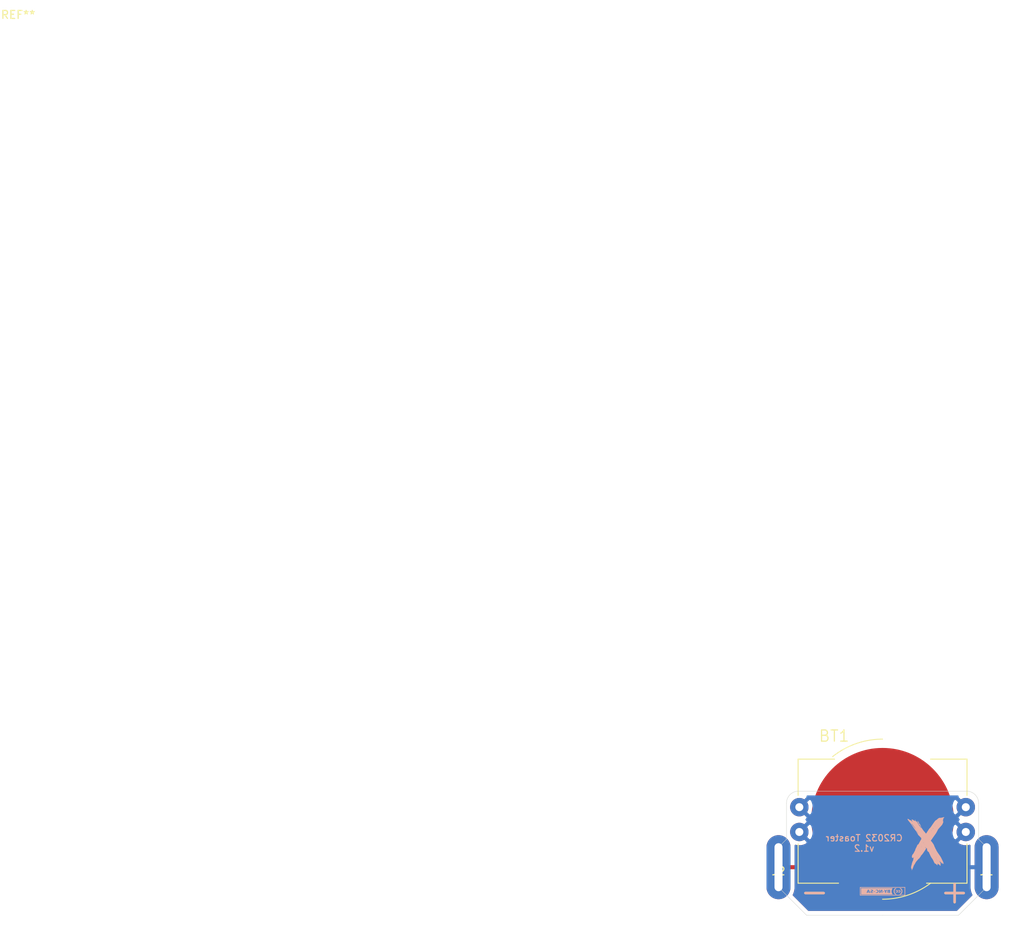
<source format=kicad_pcb>
(kicad_pcb (version 20171130) (host pcbnew "(5.1.6)-1")

  (general
    (thickness 1.6)
    (drawings 20)
    (tracks 7)
    (zones 0)
    (modules 6)
    (nets 3)
  )

  (page A4)
  (layers
    (0 F.Cu signal)
    (31 B.Cu signal)
    (32 B.Adhes user)
    (33 F.Adhes user)
    (34 B.Paste user)
    (35 F.Paste user)
    (36 B.SilkS user)
    (37 F.SilkS user)
    (38 B.Mask user)
    (39 F.Mask user)
    (40 Dwgs.User user)
    (41 Cmts.User user)
    (42 Eco1.User user)
    (43 Eco2.User user)
    (44 Edge.Cuts user)
    (45 Margin user)
    (46 B.CrtYd user)
    (47 F.CrtYd user)
    (48 B.Fab user)
    (49 F.Fab user)
  )

  (setup
    (last_trace_width 0.25)
    (user_trace_width 1)
    (user_trace_width 2)
    (user_trace_width 3)
    (user_trace_width 4)
    (user_trace_width 5)
    (trace_clearance 0.2)
    (zone_clearance 0.508)
    (zone_45_only no)
    (trace_min 0.2)
    (via_size 0.8)
    (via_drill 0.4)
    (via_min_size 0.4)
    (via_min_drill 0.3)
    (user_via 6.7 6.3)
    (uvia_size 0.3)
    (uvia_drill 0.1)
    (uvias_allowed no)
    (uvia_min_size 0.2)
    (uvia_min_drill 0.1)
    (edge_width 0.05)
    (segment_width 0.2)
    (pcb_text_width 0.3)
    (pcb_text_size 1.5 1.5)
    (mod_edge_width 0.12)
    (mod_text_size 1 1)
    (mod_text_width 0.15)
    (pad_size 4 9)
    (pad_drill 1)
    (pad_to_mask_clearance 0.05)
    (aux_axis_origin 0 0)
    (visible_elements 7FFFFFFF)
    (pcbplotparams
      (layerselection 0x010fc_ffffffff)
      (usegerberextensions true)
      (usegerberattributes false)
      (usegerberadvancedattributes false)
      (creategerberjobfile false)
      (excludeedgelayer true)
      (linewidth 0.100000)
      (plotframeref false)
      (viasonmask false)
      (mode 1)
      (useauxorigin false)
      (hpglpennumber 1)
      (hpglpenspeed 20)
      (hpglpendiameter 15.000000)
      (psnegative false)
      (psa4output false)
      (plotreference true)
      (plotvalue false)
      (plotinvisibletext false)
      (padsonsilk false)
      (subtractmaskfromsilk true)
      (outputformat 1)
      (mirror false)
      (drillshape 0)
      (scaleselection 1)
      (outputdirectory ""))
  )

  (net 0 "")
  (net 1 "Net-(BT1-PadP1)")
  (net 2 "Net-(BT1-PadN)")

  (net_class Default "This is the default net class."
    (clearance 0.2)
    (trace_width 0.25)
    (via_dia 0.8)
    (via_drill 0.4)
    (uvia_dia 0.3)
    (uvia_drill 0.1)
    (add_net "Net-(BT1-PadN)")
    (add_net "Net-(BT1-PadP1)")
  )

  (module "CR2032 Toaster:6mm PTS" (layer F.Cu) (tedit 60D230AB) (tstamp 60D3F839)
    (at 121 107)
    (path /60D3CFE2)
    (fp_text reference J1 (at 0 0.5) (layer F.SilkS)
      (effects (font (size 1 1) (thickness 0.15)))
    )
    (fp_text value Conn_01x01 (at 0 -0.5) (layer F.Fab)
      (effects (font (size 1 1) (thickness 0.15)))
    )
    (pad 1 thru_hole oval (at 0 0) (size 3 8) (drill oval 1 6) (layers *.Cu *.Mask)
      (net 1 "Net-(BT1-PadP1)"))
  )

  (module "CR2032 Toaster:6mm PTS" (layer F.Cu) (tedit 60D230AB) (tstamp 60D3E8BF)
    (at 95 107)
    (path /60D3B402)
    (fp_text reference J2 (at 0 0.5) (layer F.SilkS)
      (effects (font (size 1 1) (thickness 0.15)))
    )
    (fp_text value Conn_01x01 (at 0 -0.5) (layer F.Fab)
      (effects (font (size 1 1) (thickness 0.15)))
    )
    (pad 1 thru_hole oval (at 0 0) (size 3 8) (drill oval 1 6) (layers *.Cu *.Mask)
      (net 2 "Net-(BT1-PadN)"))
  )

  (module snapeda:BAT_BAT-HLD-001-THM (layer F.Cu) (tedit 60D3AE0E) (tstamp 60D38C32)
    (at 108 101)
    (path /60D38724)
    (fp_text reference BT1 (at -6.055 -10.389) (layer F.SilkS)
      (effects (font (size 1.4 1.4) (thickness 0.15)))
    )
    (fp_text value BAT-HLD-001-THM (at 6.391 10.389) (layer F.Fab)
      (effects (font (size 1.4 1.4) (thickness 0.15)))
    )
    (fp_line (start -11.8 2.2) (end -11.8 -2) (layer F.CrtYd) (width 0.05))
    (fp_line (start 11 9.15) (end -11 9.15) (layer F.CrtYd) (width 0.05))
    (fp_line (start 11.8 -2) (end 11.8 2.2) (layer F.CrtYd) (width 0.05))
    (fp_line (start -11 -9.2) (end 11 -9.2) (layer F.CrtYd) (width 0.05))
    (fp_line (start 10.55 8) (end 10.55 3.07) (layer F.SilkS) (width 0.127))
    (fp_line (start 5.5 8) (end 10.55 8) (layer F.SilkS) (width 0.127))
    (fp_line (start -10.55 8) (end -5.5 8) (layer F.SilkS) (width 0.127))
    (fp_line (start -10.55 3.07) (end -10.55 8) (layer F.SilkS) (width 0.127))
    (fp_line (start 10.55 -7.5) (end 10.55 -2.97) (layer F.SilkS) (width 0.127))
    (fp_line (start 6 -7.5) (end 10.55 -7.5) (layer F.SilkS) (width 0.127))
    (fp_line (start -10.55 -7.5) (end -6 -7.5) (layer F.SilkS) (width 0.127))
    (fp_line (start -10.55 -2.97) (end -10.55 -7.5) (layer F.SilkS) (width 0.127))
    (fp_line (start -10.55 8) (end -10.55 -7.5) (layer F.Fab) (width 0.127))
    (fp_line (start -5.5 8) (end -10.55 8) (layer F.Fab) (width 0.127))
    (fp_line (start 10.55 8) (end 5.5 8) (layer F.Fab) (width 0.127))
    (fp_line (start 10.55 -7.5) (end 10.55 8) (layer F.Fab) (width 0.127))
    (fp_line (start -10.55 -7.5) (end 10.55 -7.5) (layer F.Fab) (width 0.127))
    (fp_arc (start 0.07051 14.756402) (end -5.5 8) (angle 39.0435) (layer F.Fab) (width 0.127))
    (fp_arc (start -0.07051 14.756402) (end 0 6) (angle 39.0435) (layer F.Fab) (width 0.127))
    (fp_line (start -11 9.15) (end -11 3) (layer F.CrtYd) (width 0.05))
    (fp_line (start -11.8 2.2) (end -11 3) (layer F.CrtYd) (width 0.05))
    (fp_line (start -11.8 -2) (end -11 -2.8) (layer F.CrtYd) (width 0.05))
    (fp_line (start -11 -2.8) (end -11 -9.2) (layer F.CrtYd) (width 0.05))
    (fp_line (start 11 -9.2) (end 11 -2.8) (layer F.CrtYd) (width 0.05))
    (fp_line (start 11 -2.8) (end 11.8 -2) (layer F.CrtYd) (width 0.05))
    (fp_line (start 11.8 2.2) (end 11 3) (layer F.CrtYd) (width 0.05))
    (fp_line (start 11 3) (end 11 9.2) (layer F.CrtYd) (width 0.05))
    (pad P4 thru_hole circle (at 10.4 -1.5) (size 2.3 2.3) (drill 1) (layers *.Cu *.Mask)
      (net 1 "Net-(BT1-PadP1)"))
    (pad P3 thru_hole circle (at 10.4 1.6) (size 2.3 2.3) (drill 1) (layers *.Cu *.Mask)
      (net 1 "Net-(BT1-PadP1)"))
    (pad P2 thru_hole circle (at -10.4 1.6) (size 2.3 2.3) (drill 1) (layers *.Cu *.Mask)
      (net 1 "Net-(BT1-PadP1)"))
    (pad P1 thru_hole circle (at -10.4 -1.5) (size 2.3 2.3) (drill 1) (layers *.Cu *.Mask)
      (net 1 "Net-(BT1-PadP1)"))
    (pad N smd circle (at 0 0) (size 17.8 17.8) (layers F.Cu F.Mask)
      (net 2 "Net-(BT1-PadN)"))
  )

  (module "CR2032 Toaster:cc_by_nc_sa_small_front_silk_screen" (layer B.Cu) (tedit 0) (tstamp 60D3EA05)
    (at 108 110 180)
    (fp_text reference G*** (at 0 0) (layer B.SilkS) hide
      (effects (font (size 1.524 1.524) (thickness 0.3)) (justify mirror))
    )
    (fp_text value LOGO (at 0.75 0) (layer B.SilkS) hide
      (effects (font (size 1.524 1.524) (thickness 0.3)) (justify mirror))
    )
    (fp_poly (pts (xy 2.822222 -0.536222) (xy -2.822222 -0.536222) (xy -2.822222 0.451556) (xy -2.751667 0.451556)
      (xy -2.751667 -0.465666) (xy 2.751666 -0.465666) (xy 2.751666 0.451556) (xy -2.751667 0.451556)
      (xy -2.822222 0.451556) (xy -2.822222 0.522111) (xy 2.822222 0.522111) (xy 2.822222 -0.536222)) (layer B.SilkS) (width 0.01))
    (fp_poly (pts (xy -2.174154 0.341039) (xy -2.261023 0.271254) (xy -2.323501 0.188089) (xy -2.360862 0.092818)
      (xy -2.372431 -0.006418) (xy -2.358935 -0.110981) (xy -2.319877 -0.206767) (xy -2.257397 -0.290374)
      (xy -2.173639 -0.358401) (xy -2.137834 -0.378864) (xy -2.081389 -0.407975) (xy -2.179058 -0.408598)
      (xy -2.231019 -0.408224) (xy -2.26473 -0.403699) (xy -2.290161 -0.391153) (xy -2.317281 -0.366717)
      (xy -2.335506 -0.347876) (xy -2.391708 -0.281905) (xy -2.429377 -0.217339) (xy -2.451526 -0.146079)
      (xy -2.461167 -0.060023) (xy -2.462237 -0.007055) (xy -2.461341 0.061063) (xy -2.457833 0.109368)
      (xy -2.450224 0.146246) (xy -2.437025 0.180083) (xy -2.424639 0.204611) (xy -2.392851 0.256796)
      (xy -2.355116 0.308361) (xy -2.338221 0.328084) (xy -2.309397 0.357184) (xy -2.284555 0.373031)
      (xy -2.253238 0.379632) (xy -2.204988 0.380997) (xy -2.200196 0.381) (xy -2.111142 0.381)
      (xy -2.174154 0.341039)) (layer B.SilkS) (width 0.01))
    (fp_poly (pts (xy -1.611877 0.379992) (xy -1.579535 0.375276) (xy -1.555899 0.362352) (xy -1.531214 0.337281)
      (xy -1.518112 0.322095) (xy -1.461997 0.246594) (xy -1.425896 0.171005) (xy -1.406062 0.085586)
      (xy -1.399834 0.014314) (xy -1.4032 -0.096128) (xy -1.425901 -0.190701) (xy -1.470163 -0.275982)
      (xy -1.519011 -0.337984) (xy -1.58306 -0.409222) (xy -1.769415 -0.409222) (xy -1.70668 -0.369258)
      (xy -1.639239 -0.317442) (xy -1.578136 -0.25443) (xy -1.531338 -0.189013) (xy -1.516178 -0.159064)
      (xy -1.497502 -0.087996) (xy -1.492921 -0.004289) (xy -1.502184 0.080397) (xy -1.522892 0.149562)
      (xy -1.56174 0.216132) (xy -1.617193 0.281688) (xy -1.679829 0.335998) (xy -1.7145 0.357668)
      (xy -1.756834 0.37987) (xy -1.662683 0.380435) (xy -1.611877 0.379992)) (layer B.SilkS) (width 0.01))
    (fp_poly (pts (xy 2.681111 -0.409222) (xy 0.712611 -0.409222) (xy 0.479331 -0.409176) (xy 0.253923 -0.409041)
      (xy 0.037985 -0.408822) (xy -0.166883 -0.408526) (xy -0.359081 -0.408156) (xy -0.537009 -0.40772)
      (xy -0.699069 -0.407221) (xy -0.843661 -0.406665) (xy -0.969185 -0.406058) (xy -1.074041 -0.405405)
      (xy -1.15663 -0.40471) (xy -1.215353 -0.403981) (xy -1.24861 -0.403221) (xy -1.255889 -0.402656)
      (xy -1.248937 -0.388124) (xy -1.23098 -0.357438) (xy -1.21305 -0.328573) (xy -1.153503 -0.21152)
      (xy -1.122091 -0.09239) (xy -1.118816 0.028842) (xy -1.143678 0.152198) (xy -1.156872 0.183445)
      (xy -0.945445 0.183445) (xy -0.945445 -0.211666) (xy -0.832103 -0.211666) (xy -0.765412 -0.208916)
      (xy -0.707556 -0.201498) (xy -0.670961 -0.191694) (xy -0.623025 -0.160445) (xy -0.597251 -0.119336)
      (xy -0.595198 -0.074001) (xy -0.618429 -0.030075) (xy -0.624417 -0.023732) (xy -0.645152 -0.000728)
      (xy -0.646463 0.014636) (xy -0.631472 0.032071) (xy -0.60933 0.070063) (xy -0.614586 0.111567)
      (xy -0.641414 0.148808) (xy -0.659884 0.165044) (xy -0.680379 0.175237) (xy -0.683708 0.175866)
      (xy -0.592667 0.175866) (xy -0.585089 0.161669) (xy -0.564852 0.130239) (xy -0.535699 0.08731)
      (xy -0.522111 0.06782) (xy -0.487341 0.016674) (xy -0.466312 -0.020747) (xy -0.455626 -0.053139)
      (xy -0.451885 -0.089199) (xy -0.451556 -0.11275) (xy -0.450016 -0.158067) (xy -0.446043 -0.191135)
      (xy -0.442148 -0.202259) (xy -0.422783 -0.208716) (xy -0.388498 -0.21165) (xy -0.385704 -0.211666)
      (xy -0.338667 -0.211666) (xy -0.338667 -0.130152) (xy -0.337489 -0.090347) (xy -0.331862 -0.058329)
      (xy -0.32817 -0.049389) (xy -0.239889 -0.049389) (xy -0.238281 -0.068352) (xy -0.229205 -0.078915)
      (xy -0.206286 -0.083529) (xy -0.163147 -0.084646) (xy -0.148167 -0.084666) (xy -0.098861 -0.084048)
      (xy -0.071398 -0.080557) (xy -0.059402 -0.071742) (xy -0.056498 -0.05515) (xy -0.056445 -0.049389)
      (xy -0.058053 -0.030425) (xy -0.067129 -0.019862) (xy -0.090048 -0.015248) (xy -0.133187 -0.014131)
      (xy -0.148167 -0.014111) (xy -0.197473 -0.014729) (xy -0.224936 -0.01822) (xy -0.236931 -0.027035)
      (xy -0.239836 -0.043627) (xy -0.239889 -0.049389) (xy -0.32817 -0.049389) (xy -0.318647 -0.026333)
      (xy -0.294706 0.013405) (xy -0.260229 0.063875) (xy -0.181792 0.176389) (xy -0.235359 0.180969)
      (xy -0.270987 0.180098) (xy -0.300372 0.167566) (xy -0.329636 0.138948) (xy -0.3649 0.089823)
      (xy -0.367973 0.085166) (xy -0.390223 0.05131) (xy -0.435678 0.117377) (xy -0.463957 0.15555)
      (xy -0.486931 0.175327) (xy -0.513648 0.182611) (xy -0.5369 0.183445) (xy 0.028222 0.183445)
      (xy 0.028222 -0.211666) (xy 0.125978 -0.211666) (xy 0.130017 -0.075585) (xy 0.134055 0.060495)
      (xy 0.209156 -0.075585) (xy 0.284256 -0.211666) (xy 0.409222 -0.211666) (xy 1.552634 -0.211666)
      (xy 1.609222 -0.211666) (xy 1.648014 -0.208605) (xy 1.668904 -0.196073) (xy 1.679222 -0.176389)
      (xy 1.689295 -0.156706) (xy 1.705545 -0.146107) (xy 1.735701 -0.141833) (xy 1.778 -0.141111)
      (xy 1.826035 -0.142181) (xy 1.853602 -0.147231) (xy 1.868427 -0.159022) (xy 1.876778 -0.176389)
      (xy 1.892395 -0.201299) (xy 1.919981 -0.210829) (xy 1.939928 -0.211666) (xy 1.972713 -0.208289)
      (xy 1.989203 -0.199979) (xy 1.989666 -0.198135) (xy 1.984706 -0.180738) (xy 1.971091 -0.142308)
      (xy 1.950722 -0.087986) (xy 1.925497 -0.022915) (xy 1.916678 -0.000579) (xy 1.843689 0.183445)
      (xy 1.710406 0.183445) (xy 1.658051 0.052917) (xy 1.632016 -0.012084) (xy 1.606632 -0.075617)
      (xy 1.585923 -0.127605) (xy 1.579165 -0.144639) (xy 1.552634 -0.211666) (xy 0.409222 -0.211666)
      (xy 0.409222 -0.005151) (xy 0.491537 -0.005151) (xy 0.503231 -0.08071) (xy 0.536851 -0.142113)
      (xy 0.590204 -0.185432) (xy 0.593146 -0.18695) (xy 0.640071 -0.202251) (xy 0.698824 -0.210275)
      (xy 0.758004 -0.210512) (xy 0.806209 -0.202453) (xy 0.819372 -0.197059) (xy 0.841574 -0.171188)
      (xy 0.846666 -0.146719) (xy 0.843278 -0.12162) (xy 0.827853 -0.118426) (xy 0.814916 -0.122521)
      (xy 0.780638 -0.129752) (xy 0.7346 -0.133484) (xy 0.721607 -0.133634) (xy 0.664772 -0.123538)
      (xy 0.627557 -0.093584) (xy 0.611521 -0.049389) (xy 0.931333 -0.049389) (xy 0.933126 -0.06894)
      (xy 0.942922 -0.079496) (xy 0.967348 -0.083817) (xy 1.013032 -0.084665) (xy 1.016 -0.084666)
      (xy 1.062923 -0.083919) (xy 1.088257 -0.079838) (xy 1.098628 -0.06966) (xy 1.100665 -0.050625)
      (xy 1.100666 -0.049389) (xy 1.098874 -0.029837) (xy 1.089078 -0.019281) (xy 1.064651 -0.01496)
      (xy 1.018967 -0.014112) (xy 1.016 -0.014111) (xy 0.969076 -0.014858) (xy 0.943742 -0.018939)
      (xy 0.933371 -0.029117) (xy 0.931335 -0.048152) (xy 0.931333 -0.049389) (xy 0.611521 -0.049389)
      (xy 0.609166 -0.042901) (xy 0.606778 -0.008153) (xy 0.615963 0.051575) (xy 0.625008 0.064084)
      (xy 1.180256 0.064084) (xy 1.19394 0.015325) (xy 1.215711 -0.010045) (xy 1.239566 -0.022246)
      (xy 1.280412 -0.036616) (xy 1.312407 -0.045617) (xy 1.363929 -0.062382) (xy 1.390235 -0.080774)
      (xy 1.394836 -0.090906) (xy 1.389389 -0.119749) (xy 1.3624 -0.136103) (xy 1.318012 -0.139174)
      (xy 1.260368 -0.128164) (xy 1.23825 -0.120988) (xy 1.185333 -0.102103) (xy 1.185333 -0.148848)
      (xy 1.187391 -0.174768) (xy 1.196912 -0.191689) (xy 1.21892 -0.201714) (xy 1.258438 -0.206948)
      (xy 1.320487 -0.209496) (xy 1.330673 -0.209745) (xy 1.389326 -0.206901) (xy 1.438039 -0.196876)
      (xy 1.452435 -0.191022) (xy 1.488343 -0.165018) (xy 1.505854 -0.12929) (xy 1.509889 -0.083512)
      (xy 1.499449 -0.038942) (xy 1.466928 -0.003748) (xy 1.410522 0.023284) (xy 1.32843 0.04337)
      (xy 1.319389 0.044935) (xy 1.294171 0.062003) (xy 1.286397 0.083268) (xy 1.285093 0.10062)
      (xy 1.291241 0.110112) (xy 1.310639 0.113354) (xy 1.349086 0.111954) (xy 1.381647 0.109703)
      (xy 1.481666 0.102546) (xy 1.481666 0.14198) (xy 1.479681 0.164627) (xy 1.469191 0.177713)
      (xy 1.443393 0.185482) (xy 1.402624 0.19129) (xy 1.316708 0.194126) (xy 1.251167 0.17883)
      (xy 1.206678 0.145631) (xy 1.191388 0.119726) (xy 1.180256 0.064084) (xy 0.625008 0.064084)
      (xy 0.644224 0.090656) (xy 0.692616 0.110143) (xy 0.728199 0.112889) (xy 0.773725 0.109722)
      (xy 0.810951 0.101787) (xy 0.819372 0.098282) (xy 0.83853 0.091453) (xy 0.845754 0.103485)
      (xy 0.846666 0.12541) (xy 0.842341 0.154902) (xy 0.824101 0.172643) (xy 0.795604 0.183997)
      (xy 0.718933 0.197216) (xy 0.646407 0.187883) (xy 0.58273 0.158925) (xy 0.532608 0.11327)
      (xy 0.500747 0.053845) (xy 0.491537 -0.005151) (xy 0.409222 -0.005151) (xy 0.409222 0.183445)
      (xy 0.296333 0.183445) (xy 0.295989 0.059973) (xy 0.295644 -0.0635) (xy 0.224294 0.059973)
      (xy 0.152945 0.183445) (xy 0.028222 0.183445) (xy -0.5369 0.183445) (xy -0.572011 0.181743)
      (xy -0.591356 0.177498) (xy -0.592667 0.175866) (xy -0.683708 0.175866) (xy -0.709687 0.180774)
      (xy -0.754594 0.183046) (xy -0.810748 0.183445) (xy -0.945445 0.183445) (xy -1.156872 0.183445)
      (xy -1.196676 0.277703) (xy -1.227073 0.33065) (xy -1.258191 0.381) (xy 2.681111 0.381)
      (xy 2.681111 -0.409222)) (layer B.SilkS) (width 0.01))
    (fp_poly (pts (xy -2.03605 0.135805) (xy -1.991023 0.122071) (xy -1.958834 0.103185) (xy -1.947334 0.083541)
      (xy -1.958323 0.068327) (xy -1.97673 0.055817) (xy -2.005689 0.047949) (xy -2.030757 0.062376)
      (xy -2.06726 0.081111) (xy -2.102051 0.075511) (xy -2.129488 0.049184) (xy -2.143932 0.005743)
      (xy -2.144889 -0.010686) (xy -2.13442 -0.056776) (xy -2.107532 -0.087403) (xy -2.071003 -0.098986)
      (xy -2.031609 -0.087943) (xy -2.018014 -0.077724) (xy -1.995672 -0.064129) (xy -1.973015 -0.072647)
      (xy -1.968886 -0.075583) (xy -1.951975 -0.098308) (xy -1.963032 -0.121477) (xy -2.002168 -0.145281)
      (xy -2.012103 -0.149606) (xy -2.062742 -0.165852) (xy -2.106401 -0.165109) (xy -2.156001 -0.148073)
      (xy -2.201053 -0.114627) (xy -2.22852 -0.065681) (xy -2.237393 -0.008574) (xy -2.22666 0.049353)
      (xy -2.195314 0.100757) (xy -2.190865 0.105398) (xy -2.160303 0.128918) (xy -2.123321 0.139348)
      (xy -2.086024 0.141111) (xy -2.03605 0.135805)) (layer B.SilkS) (width 0.01))
    (fp_poly (pts (xy -1.716853 0.135557) (xy -1.672992 0.121082) (xy -1.644128 0.100972) (xy -1.636889 0.084363)
      (xy -1.647901 0.068489) (xy -1.666285 0.055817) (xy -1.695245 0.047949) (xy -1.720313 0.062376)
      (xy -1.757249 0.082772) (xy -1.791168 0.075208) (xy -1.812478 0.053305) (xy -1.83115 0.008601)
      (xy -1.831416 -0.0382) (xy -1.813295 -0.07555) (xy -1.81227 -0.076603) (xy -1.777606 -0.095478)
      (xy -1.738353 -0.095849) (xy -1.707691 -0.077907) (xy -1.685724 -0.064601) (xy -1.66363 -0.071348)
      (xy -1.640787 -0.089858) (xy -1.643108 -0.109768) (xy -1.671414 -0.134083) (xy -1.68275 -0.141265)
      (xy -1.740348 -0.165029) (xy -1.79904 -0.163819) (xy -1.843917 -0.148762) (xy -1.885578 -0.122412)
      (xy -1.909384 -0.084151) (xy -1.918662 -0.027699) (xy -1.919111 -0.006897) (xy -1.915161 0.040665)
      (xy -1.899616 0.075005) (xy -1.877864 0.099864) (xy -1.845553 0.126555) (xy -1.811002 0.138588)
      (xy -1.768114 0.141112) (xy -1.716853 0.135557)) (layer B.SilkS) (width 0.01))
    (fp_poly (pts (xy -0.772705 -0.045049) (xy -0.731966 -0.051296) (xy -0.712231 -0.064535) (xy -0.707671 -0.076678)
      (xy -0.714418 -0.107258) (xy -0.742641 -0.130342) (xy -0.785704 -0.140914) (xy -0.79292 -0.141111)
      (xy -0.819444 -0.138132) (xy -0.830435 -0.123571) (xy -0.832556 -0.09091) (xy -0.832556 -0.04071)
      (xy -0.772705 -0.045049)) (layer B.SilkS) (width 0.01))
    (fp_poly (pts (xy -0.784171 0.110579) (xy -0.779639 0.110213) (xy -0.74363 0.103994) (xy -0.728609 0.090516)
      (xy -0.726722 0.077611) (xy -0.732795 0.057904) (xy -0.755736 0.047994) (xy -0.779639 0.04501)
      (xy -0.814287 0.043993) (xy -0.829195 0.052125) (xy -0.832542 0.074446) (xy -0.832556 0.077611)
      (xy -0.829907 0.101607) (xy -0.816505 0.110916) (xy -0.784171 0.110579)) (layer B.SilkS) (width 0.01))
    (fp_poly (pts (xy 1.78571 0.058518) (xy 1.800092 0.027908) (xy 1.808112 0.007056) (xy 1.830947 -0.056444)
      (xy 1.723268 -0.056444) (xy 1.744905 0.007056) (xy 1.759356 0.04423) (xy 1.771682 0.067089)
      (xy 1.77591 0.070556) (xy 1.78571 0.058518)) (layer B.SilkS) (width 0.01))
  )

  (module logos:logo_7 (layer F.Cu) (tedit 60C2BBD9) (tstamp 60C47F20)
    (at 113.4 103)
    (fp_text reference G*** (at 1 0 -180) (layer B.SilkS) hide
      (effects (font (size 1.524 1.524) (thickness 0.3)) (justify mirror))
    )
    (fp_text value LOGO (at 0.75 1) (layer B.SilkS) hide
      (effects (font (size 1.524 1.524) (thickness 0.3)) (justify mirror))
    )
    (fp_poly (pts (xy -1.367615 -1.925497) (xy -1.36525 -1.921) (xy -1.353283 -1.908872) (xy -1.35105 -1.9083)
      (xy -1.350184 -1.916504) (xy -1.35255 -1.921) (xy -1.364516 -1.933129) (xy -1.366749 -1.9337)
      (xy -1.367615 -1.925497)) (layer F.SilkS) (width 0.01))
    (fp_poly (pts (xy -1.0287 -1.76225) (xy -1.02235 -1.7559) (xy -1.016 -1.76225) (xy -1.02235 -1.7686)
      (xy -1.0287 -1.76225)) (layer B.SilkS) (width 0.01))
    (fp_poly (pts (xy -1.0033 -1.74955) (xy -0.99695 -1.7432) (xy -0.9906 -1.74955) (xy -0.99695 -1.7559)
      (xy -1.0033 -1.74955)) (layer B.SilkS) (width 0.01))
    (fp_poly (pts (xy -1.107945 -1.747832) (xy -1.111359 -1.731981) (xy -1.1049 -1.72415) (xy -1.097358 -1.708939)
      (xy -1.099092 -1.704223) (xy -1.095573 -1.694187) (xy -1.08585 -1.6924) (xy -1.071476 -1.687353)
      (xy -1.071841 -1.681817) (xy -1.068223 -1.672345) (xy -1.061325 -1.671234) (xy -1.048077 -1.681196)
      (xy -1.04722 -1.691342) (xy -1.059092 -1.70912) (xy -1.06801 -1.711736) (xy -1.081267 -1.722006)
      (xy -1.082118 -1.733961) (xy -1.084761 -1.752441) (xy -1.090893 -1.7559) (xy -1.107945 -1.747832)) (layer B.SilkS) (width 0.01))
    (fp_poly (pts (xy -0.9017 -1.54635) (xy -0.89535 -1.54) (xy -0.889 -1.54635) (xy -0.89535 -1.5527)
      (xy -0.9017 -1.54635)) (layer B.SilkS) (width 0.01))
    (fp_poly (pts (xy -0.9779 -1.53365) (xy -0.97155 -1.5273) (xy -0.9652 -1.53365) (xy -0.97155 -1.54)
      (xy -0.9779 -1.53365)) (layer B.SilkS) (width 0.01))
    (fp_poly (pts (xy -0.833966 -1.484967) (xy -0.832223 -1.477417) (xy -0.8255 -1.4765) (xy -0.815046 -1.481147)
      (xy -0.817033 -1.484967) (xy -0.832105 -1.486487) (xy -0.833966 -1.484967)) (layer B.SilkS) (width 0.01))
    (fp_poly (pts (xy -0.5842 -1.01295) (xy -0.57785 -1.0066) (xy -0.5715 -1.01295) (xy -0.57785 -1.0193)
      (xy -0.5842 -1.01295)) (layer B.SilkS) (width 0.01))
    (fp_poly (pts (xy -0.977204 -1.747656) (xy -0.972756 -1.728129) (xy -0.95885 -1.709636) (xy -0.944312 -1.689993)
      (xy -0.94008 -1.674561) (xy -0.947495 -1.67086) (xy -0.952354 -1.673261) (xy -0.959638 -1.671243)
      (xy -0.957579 -1.661918) (xy -0.954418 -1.635716) (xy -0.96622 -1.626181) (xy -0.986709 -1.637361)
      (xy -0.990053 -1.64097) (xy -1.008983 -1.660188) (xy -1.01954 -1.667) (xy -1.02284 -1.656782)
      (xy -1.020525 -1.634308) (xy -1.015467 -1.6162) (xy -1.014238 -1.601099) (xy -1.004887 -1.590827)
      (xy -0.989614 -1.584138) (xy -0.964364 -1.564062) (xy -0.943548 -1.52442) (xy -0.933662 -1.4892)
      (xy -0.920076 -1.446796) (xy -0.897576 -1.401238) (xy -0.86942 -1.356623) (xy -0.838866 -1.317046)
      (xy -0.809171 -1.286604) (xy -0.783595 -1.269391) (xy -0.765395 -1.269504) (xy -0.761964 -1.273358)
      (xy -0.751183 -1.279405) (xy -0.737665 -1.262557) (xy -0.736487 -1.260391) (xy -0.727306 -1.240101)
      (xy -0.73286 -1.236399) (xy -0.741472 -1.239226) (xy -0.758747 -1.240896) (xy -0.762 -1.236357)
      (xy -0.753984 -1.220434) (xy -0.737233 -1.206369) (xy -0.722686 -1.202922) (xy -0.72139 -1.203844)
      (xy -0.713669 -1.196986) (xy -0.700985 -1.172331) (xy -0.692073 -1.150683) (xy -0.674243 -1.110785)
      (xy -0.650566 -1.066183) (xy -0.626208 -1.025949) (xy -0.606333 -0.999151) (xy -0.604974 -0.997741)
      (xy -0.603517 -1.006786) (xy -0.603833 -1.033204) (xy -0.604248 -1.042465) (xy -0.611121 -1.081155)
      (xy -0.626798 -1.134391) (xy -0.648271 -1.194236) (xy -0.672531 -1.25275) (xy -0.696572 -1.301995)
      (xy -0.712238 -1.327504) (xy -0.733101 -1.361301) (xy -0.75525 -1.404418) (xy -0.762446 -1.420392)
      (xy -0.781367 -1.456452) (xy -0.797138 -1.470056) (xy -0.801921 -1.469025) (xy -0.807164 -1.456884)
      (xy -0.793426 -1.442943) (xy -0.77862 -1.426597) (xy -0.778829 -1.417337) (xy -0.778037 -1.40273)
      (xy -0.766409 -1.385456) (xy -0.75278 -1.367465) (xy -0.758215 -1.363413) (xy -0.783996 -1.372825)
      (xy -0.791505 -1.376189) (xy -0.812055 -1.393491) (xy -0.837399 -1.425595) (xy -0.863569 -1.465802)
      (xy -0.886594 -1.507412) (xy -0.902506 -1.543726) (xy -0.907336 -1.568044) (xy -0.906715 -1.570647)
      (xy -0.911698 -1.586868) (xy -0.926381 -1.594292) (xy -0.948301 -1.605652) (xy -0.950135 -1.618074)
      (xy -0.93168 -1.624099) (xy -0.927186 -1.623991) (xy -0.903017 -1.610944) (xy -0.877986 -1.577079)
      (xy -0.875087 -1.57175) (xy -0.851868 -1.530108) (xy -0.838731 -1.511213) (xy -0.836465 -1.51481)
      (xy -0.845856 -1.540646) (xy -0.86177 -1.57605) (xy -0.881971 -1.617361) (xy -0.898881 -1.649178)
      (xy -0.908931 -1.664798) (xy -0.909094 -1.66495) (xy -0.912939 -1.664592) (xy -0.910159 -1.658806)
      (xy -0.912389 -1.642657) (xy -0.920822 -1.63698) (xy -0.935822 -1.63948) (xy -0.939881 -1.654562)
      (xy -0.930686 -1.670917) (xy -0.928129 -1.672714) (xy -0.925466 -1.68712) (xy -0.933105 -1.712153)
      (xy -0.946488 -1.737837) (xy -0.961061 -1.7542) (xy -0.96613 -1.7559) (xy -0.977204 -1.747656)) (layer B.SilkS) (width 0.01))
    (fp_poly (pts (xy 1.1811 3.57175) (xy 1.18745 3.5781) (xy 1.1938 3.57175) (xy 1.18745 3.5654)
      (xy 1.1811 3.57175)) (layer B.SilkS) (width 0.01))
    (fp_poly (pts (xy 1.2192 3.62255) (xy 1.22555 3.6289) (xy 1.2319 3.62255) (xy 1.22555 3.6162)
      (xy 1.2192 3.62255)) (layer B.SilkS) (width 0.01))
    (fp_poly (pts (xy 2.271817 -2.255016) (xy 2.241589 -2.245307) (xy 2.228288 -2.239731) (xy 2.186547 -2.225679)
      (xy 2.13399 -2.213973) (xy 2.101729 -2.20936) (xy 2.048452 -2.201361) (xy 1.995483 -2.189553)
      (xy 1.969957 -2.181864) (xy 1.920325 -2.170453) (xy 1.852659 -2.163755) (xy 1.798139 -2.1623)
      (xy 1.746274 -2.16141) (xy 1.702582 -2.157411) (xy 1.663359 -2.148314) (xy 1.624902 -2.132127)
      (xy 1.583507 -2.10686) (xy 1.53547 -2.070522) (xy 1.477088 -2.021124) (xy 1.404657 -1.956674)
      (xy 1.388573 -1.942177) (xy 1.349843 -1.909505) (xy 1.316791 -1.885761) (xy 1.294675 -1.874561)
      (xy 1.290055 -1.874408) (xy 1.272959 -1.869543) (xy 1.244843 -1.85058) (xy 1.216192 -1.82568)
      (xy 1.191928 -1.801831) (xy 1.168427 -1.7771) (xy 1.144112 -1.749345) (xy 1.117407 -1.716429)
      (xy 1.086734 -1.676212) (xy 1.050517 -1.626556) (xy 1.007178 -1.56532) (xy 0.955142 -1.490366)
      (xy 0.89283 -1.399556) (xy 0.818666 -1.290749) (xy 0.780908 -1.2352) (xy 0.719778 -1.145557)
      (xy 0.670398 -1.074136) (xy 0.630506 -1.017975) (xy 0.59784 -0.974113) (xy 0.570135 -0.939588)
      (xy 0.545129 -0.911438) (xy 0.52056 -0.886701) (xy 0.500314 -0.867935) (xy 0.462649 -0.828713)
      (xy 0.421217 -0.777548) (xy 0.384362 -0.724823) (xy 0.381 -0.719463) (xy 0.349078 -0.668897)
      (xy 0.308854 -0.606653) (xy 0.266367 -0.542018) (xy 0.239996 -0.502528) (xy 0.203728 -0.447719)
      (xy 0.170091 -0.395232) (xy 0.143248 -0.351661) (xy 0.129199 -0.32715) (xy 0.097103 -0.275293)
      (xy 0.062318 -0.233139) (xy 0.030139 -0.206845) (xy 0.022769 -0.203335) (xy 0.004718 -0.205367)
      (xy -0.013105 -0.22835) (xy -0.019328 -0.240631) (xy -0.037262 -0.269462) (xy -0.067913 -0.309964)
      (xy -0.106216 -0.355666) (xy -0.12995 -0.382013) (xy -0.220138 -0.482352) (xy -0.293519 -0.571074)
      (xy -0.353308 -0.652194) (xy -0.356306 -0.656765) (xy -1.198324 -0.656765) (xy -1.199256 -0.651)
      (xy -1.209456 -0.660736) (xy -1.2192 -0.6764) (xy -1.221843 -0.68275) (xy -1.2573 -0.68275)
      (xy -1.26365 -0.6764) (xy -1.27 -0.68275) (xy -1.26365 -0.6891) (xy -1.2573 -0.68275)
      (xy -1.221843 -0.68275) (xy -1.227375 -0.696036) (xy -1.226443 -0.7018) (xy -1.216243 -0.692065)
      (xy -1.2065 -0.6764) (xy -1.198324 -0.656765) (xy -0.356306 -0.656765) (xy -0.385221 -0.700848)
      (xy -0.403588 -0.729136) (xy -1.24498 -0.729136) (xy -1.247162 -0.731953) (xy -1.264821 -0.755669)
      (xy -1.277388 -0.77165) (xy -1.3081 -0.77165) (xy -1.31445 -0.7653) (xy -1.3208 -0.77165)
      (xy -1.31445 -0.778) (xy -1.3081 -0.77165) (xy -1.277388 -0.77165) (xy -1.291062 -0.789038)
      (xy -1.297549 -0.79705) (xy -1.3208 -0.79705) (xy -1.32715 -0.7907) (xy -1.3335 -0.79705)
      (xy -1.32715 -0.8034) (xy -1.3208 -0.79705) (xy -1.297549 -0.79705) (xy -1.30547 -0.806833)
      (xy -1.327596 -0.83515) (xy -1.3462 -0.83515) (xy -1.35255 -0.8288) (xy -1.3589 -0.83515)
      (xy -1.35255 -0.8415) (xy -1.3462 -0.83515) (xy -1.327596 -0.83515) (xy -1.332323 -0.841199)
      (xy -1.353555 -0.871121) (xy -1.354855 -0.87325) (xy -1.3716 -0.87325) (xy -1.37795 -0.8669)
      (xy -1.3843 -0.87325) (xy -1.37795 -0.8796) (xy -1.3716 -0.87325) (xy -1.354855 -0.87325)
      (xy -1.360083 -0.881811) (xy -1.375689 -0.897344) (xy -1.386899 -0.897044) (xy -1.394914 -0.896188)
      (xy -1.393821 -0.89865) (xy -1.4097 -0.89865) (xy -1.41605 -0.8923) (xy -1.4224 -0.89865)
      (xy -1.41605 -0.905) (xy -1.4097 -0.89865) (xy -1.393821 -0.89865) (xy -1.391897 -0.902982)
      (xy -1.393886 -0.920833) (xy -1.40547 -0.93675) (xy -1.4097 -0.93675) (xy -1.41605 -0.9304)
      (xy -1.4224 -0.93675) (xy -1.4351 -0.93675) (xy -1.44145 -0.9304) (xy -1.4478 -0.93675)
      (xy -1.44145 -0.9431) (xy -1.4351 -0.93675) (xy -1.4224 -0.93675) (xy -1.41605 -0.9431)
      (xy -1.4097 -0.93675) (xy -1.40547 -0.93675) (xy -1.41108 -0.944458) (xy -1.412882 -0.946219)
      (xy -1.437445 -0.973109) (xy -1.43884 -0.97485) (xy -1.4605 -0.97485) (xy -1.46685 -0.9685)
      (xy -1.4732 -0.97485) (xy -1.46685 -0.9812) (xy -1.4605 -0.97485) (xy -1.43884 -0.97485)
      (xy -1.467614 -1.010741) (xy -1.485311 -1.034773) (xy -1.510491 -1.06596) (xy -1.531593 -1.084362)
      (xy -1.541738 -1.086712) (xy -1.549418 -1.084943) (xy -1.546976 -1.088479) (xy -1.548868 -1.103119)
      (xy -1.564785 -1.126694) (xy -1.569201 -1.131661) (xy -1.589805 -1.156528) (xy -1.599972 -1.173992)
      (xy -1.6002 -1.175495) (xy -1.6082 -1.180147) (xy -1.613214 -1.177856) (xy -1.624061 -1.176799)
      (xy -1.62441 -1.180282) (xy -1.624026 -1.206142) (xy -1.631607 -1.218171) (xy -1.636888 -1.217023)
      (xy -1.648255 -1.223561) (xy -1.668133 -1.246562) (xy -1.692662 -1.280304) (xy -1.71798 -1.319066)
      (xy -1.740226 -1.357127) (xy -1.75554 -1.388767) (xy -1.758561 -1.39731) (xy -1.768146 -1.417349)
      (xy -1.775739 -1.420754) (xy -1.782921 -1.427169) (xy -1.786123 -1.44504) (xy -1.784609 -1.453485)
      (xy -1.777648 -1.453059) (xy -1.763834 -1.442199) (xy -1.741762 -1.419343) (xy -1.710024 -1.382931)
      (xy -1.667215 -1.331398) (xy -1.611929 -1.263185) (xy -1.54276 -1.176727) (xy -1.528642 -1.159)
      (xy -1.466034 -1.079727) (xy -1.416646 -1.015432) (xy -1.377374 -0.961638) (xy -1.345111 -0.913864)
      (xy -1.316754 -0.867632) (xy -1.289197 -0.818461) (xy -1.277747 -0.79705) (xy -1.258194 -0.759318)
      (xy -1.246713 -0.735492) (xy -1.24498 -0.729136) (xy -0.403588 -0.729136) (xy -0.417882 -0.75115)
      (xy -0.453397 -0.80282) (xy -0.478917 -0.837782) (xy -0.508752 -0.880557) (xy -0.535236 -0.924673)
      (xy -0.545853 -0.94571) (xy -0.561117 -0.975346) (xy -0.572535 -0.98405) (xy -0.582117 -0.977359)
      (xy -0.589216 -0.95747) (xy -0.578038 -0.935709) (xy -0.561622 -0.909555) (xy -0.564445 -0.89738)
      (xy -0.5842 -0.895792) (xy -0.604876 -0.902416) (xy -0.609599 -0.909741) (xy -0.616841 -0.925321)
      (xy -0.636123 -0.955811) (xy -0.663783 -0.996161) (xy -0.696159 -1.041317) (xy -0.729588 -1.086226)
      (xy -0.760406 -1.125837) (xy -0.784953 -1.155096) (xy -0.794893 -1.16535) (xy -0.817944 -1.192684)
      (xy -0.842273 -1.230663) (xy -0.84959 -1.244372) (xy -0.875836 -1.289069) (xy -0.907228 -1.332666)
      (xy -0.914519 -1.341347) (xy -0.944081 -1.381263) (xy -0.968988 -1.42508) (xy -0.972856 -1.433775)
      (xy -0.990706 -1.470861) (xy -1.009264 -1.500629) (xy -1.012883 -1.505075) (xy -1.023821 -1.52193)
      (xy -1.021143 -1.527495) (xy -1.018391 -1.53287) (xy -1.023188 -1.53702) (xy -1.037396 -1.552103)
      (xy -1.059792 -1.581179) (xy -1.077773 -1.606675) (xy -1.080221 -1.60985) (xy -1.8669 -1.60985)
      (xy -1.87325 -1.6035) (xy -1.8796 -1.60985) (xy -1.87325 -1.6162) (xy -1.8669 -1.60985)
      (xy -1.080221 -1.60985) (xy -1.099811 -1.63525) (xy -1.8796 -1.63525) (xy -1.88595 -1.6289)
      (xy -1.8923 -1.63525) (xy -1.88595 -1.6416) (xy -1.8796 -1.63525) (xy -1.099811 -1.63525)
      (xy -1.103121 -1.639541) (xy -1.125741 -1.661451) (xy -1.13719 -1.667) (xy -1.153947 -1.675612)
      (xy -1.182711 -1.698571) (xy -1.218256 -1.73156) (xy -1.23183 -1.745187) (xy -1.272413 -1.789182)
      (xy -1.296528 -1.82216) (xy -1.307442 -1.849096) (xy -1.308992 -1.862662) (xy -1.312828 -1.899714)
      (xy -1.319673 -1.926996) (xy -1.327154 -1.942144) (xy -1.332187 -1.935512) (xy -1.335984 -1.917914)
      (xy -1.337868 -1.891819) (xy -1.333474 -1.880169) (xy -1.325629 -1.866539) (xy -1.317361 -1.837167)
      (xy -1.315459 -1.827672) (xy -1.306478 -1.778794) (xy -1.361264 -1.787711) (xy -1.441213 -1.809555)
      (xy -1.508939 -1.849241) (xy -1.543127 -1.879129) (xy -1.585915 -1.91275) (xy -1.637012 -1.935861)
      (xy -1.703637 -1.9514) (xy -1.730375 -1.955383) (xy -1.764933 -1.956015) (xy -1.777475 -1.946578)
      (xy -1.767001 -1.928269) (xy -1.759089 -1.921117) (xy -1.746904 -1.902606) (xy -1.748016 -1.892742)
      (xy -1.746143 -1.876193) (xy -1.73912 -1.869718) (xy -1.724877 -1.850193) (xy -1.717899 -1.825877)
      (xy -1.710064 -1.796434) (xy -1.694397 -1.754707) (xy -1.679127 -1.720165) (xy -1.656288 -1.671713)
      (xy -1.644367 -1.644389) (xy -1.643345 -1.636393) (xy -1.653204 -1.645927) (xy -1.673923 -1.671194)
      (xy -1.67867 -1.677107) (xy -1.734811 -1.739269) (xy -1.796272 -1.794171) (xy -1.85836 -1.838537)
      (xy -1.916379 -1.869087) (xy -1.965637 -1.882546) (xy -1.973405 -1.8829) (xy -2.001288 -1.891618)
      (xy -2.039922 -1.915271) (xy -2.070685 -1.939374) (xy -2.139899 -1.992228) (xy -2.197753 -2.022998)
      (xy -2.24397 -2.031551) (xy -2.255389 -2.029799) (xy -2.274835 -2.023238) (xy -2.279619 -2.011889)
      (xy -2.271681 -1.987602) (xy -2.267719 -1.978033) (xy -2.241014 -1.925395) (xy -2.19965 -1.860934)
      (xy -2.142575 -1.783199) (xy -2.068739 -1.690741) (xy -2.000383 -1.609284) (xy -1.963111 -1.564928)
      (xy -1.929355 -1.52357) (xy -1.904617 -1.491994) (xy -1.89865 -1.483863) (xy -1.871678 -1.447048)
      (xy -1.846669 -1.414579) (xy -1.830001 -1.391474) (xy -1.803346 -1.352019) (xy -1.770154 -1.301419)
      (xy -1.733875 -1.244879) (xy -1.727744 -1.2352) (xy -1.691197 -1.178829) (xy -1.645965 -1.111325)
      (xy -1.594054 -1.035484) (xy -1.537472 -0.954101) (xy -1.478229 -0.86997) (xy -1.418331 -0.785887)
      (xy -1.359788 -0.704648) (xy -1.304606 -0.629046) (xy -1.254794 -0.561877) (xy -1.21236 -0.505937)
      (xy -1.179313 -0.46402) (xy -1.157659 -0.438922) (xy -1.151919 -0.433681) (xy -1.140692 -0.416983)
      (xy -1.140393 -0.414631) (xy -1.135582 -0.392902) (xy -1.12137 -0.360043) (xy -1.096074 -0.312587)
      (xy -1.064081 -0.2573) (xy -1.030849 -0.199183) (xy -0.996194 -0.135536) (xy -0.967205 -0.079401)
      (xy -0.965311 -0.075561) (xy -0.933464 -0.018114) (xy -0.903736 0.021363) (xy -0.878111 0.040663)
      (xy -0.86153 0.03987) (xy -0.851332 0.041342) (xy -0.8509 0.044125) (xy -0.842625 0.057081)
      (xy -0.82013 0.084201) (xy -0.786904 0.121446) (xy -0.748749 0.16235) (xy -0.682812 0.231648)
      (xy -0.632451 0.28496) (xy -0.595874 0.324833) (xy -0.571289 0.353814) (xy -0.556904 0.374451)
      (xy -0.550927 0.389292) (xy -0.551567 0.400885) (xy -0.557032 0.411777) (xy -0.56497 0.423657)
      (xy -0.579174 0.453529) (xy -0.575877 0.480556) (xy -0.572822 0.487819) (xy -0.562999 0.510157)
      (xy -0.56136 0.525331) (xy -0.570398 0.541728) (xy -0.592605 0.567734) (xy -0.598606 0.574552)
      (xy -0.619117 0.602597) (xy -0.647481 0.647734) (xy -0.680306 0.704278) (xy -0.714206 0.766542)
      (xy -0.722431 0.782296) (xy -0.755509 0.846088) (xy -0.787161 0.906865) (xy -0.814228 0.95858)
      (xy -0.833551 0.995184) (xy -0.836619 1.000926) (xy -0.869328 1.056926) (xy -0.903408 1.106948)
      (xy -0.935392 1.146596) (xy -0.96181 1.171475) (xy -0.976155 1.1778) (xy -1.013717 1.189435)
      (xy -1.044424 1.220091) (xy -1.06175 1.262814) (xy -1.069945 1.287897) (xy -1.08786 1.331436)
      (xy -1.11363 1.389277) (xy -1.145392 1.45727) (xy -1.181283 1.531263) (xy -1.191262 1.551374)
      (xy -1.238709 1.648423) (xy -1.274264 1.725626) (xy -1.298812 1.785087) (xy -1.313235 1.828915)
      (xy -1.318048 1.853842) (xy -1.325083 1.892653) (xy -1.336017 1.921445) (xy -1.341443 1.928422)
      (xy -1.356605 1.948591) (xy -1.3589 1.957903) (xy -1.365828 1.976409) (xy -1.383412 2.006357)
      (xy -1.394787 2.023023) (xy -1.422191 2.067733) (xy -1.446979 2.118427) (xy -1.452842 2.133094)
      (xy -1.47779 2.186966) (xy -1.514653 2.250124) (xy -1.557737 2.313548) (xy -1.60099 2.367812)
      (xy -1.651408 2.428527) (xy -1.685456 2.480467) (xy -1.706607 2.53071) (xy -1.718336 2.586335)
      (xy -1.721279 2.6129) (xy -1.7261 2.65994) (xy -1.730954 2.696711) (xy -1.734897 2.716219)
      (xy -1.73536 2.717239) (xy -1.734305 2.736687) (xy -1.720286 2.76686) (xy -1.698089 2.800312)
      (xy -1.672501 2.8296) (xy -1.653424 2.844675) (xy -1.616423 2.862937) (xy -1.595448 2.864052)
      (xy -1.587706 2.84793) (xy -1.5875 2.842558) (xy -1.582467 2.820326) (xy -1.576346 2.813983)
      (xy -1.563115 2.801771) (xy -1.54212 2.775536) (xy -1.530279 2.75895) (xy -1.509793 2.729793)
      (xy -1.500787 2.720391) (xy -1.500563 2.729426) (xy -1.504239 2.74625) (xy -1.510846 2.779241)
      (xy -1.518965 2.826089) (xy -1.52536 2.8669) (xy -1.539742 2.960897) (xy -1.551855 3.033037)
      (xy -1.562362 3.086693) (xy -1.571924 3.125238) (xy -1.581205 3.152044) (xy -1.581463 3.15265)
      (xy -1.59585 3.191379) (xy -1.605219 3.224157) (xy -1.620294 3.252633) (xy -1.638668 3.264376)
      (xy -1.657174 3.275148) (xy -1.657897 3.298041) (xy -1.656828 3.302608) (xy -1.655612 3.329496)
      (xy -1.66267 3.342514) (xy -1.674123 3.360972) (xy -1.6764 3.37628) (xy -1.682132 3.405032)
      (xy -1.695969 3.439397) (xy -1.696418 3.440272) (xy -1.708016 3.464171) (xy -1.716722 3.487604)
      (xy -1.724329 3.517316) (xy -1.73263 3.560056) (xy -1.740848 3.607404) (xy -1.751308 3.657779)
      (xy -1.764346 3.705967) (xy -1.771944 3.728054) (xy -1.794005 3.791339) (xy -1.812606 3.858982)
      (xy -1.826994 3.926144) (xy -1.836412 3.987987) (xy -1.840105 4.039669) (xy -1.837319 4.076352)
      (xy -1.8288 4.09245) (xy -1.820142 4.109372) (xy -1.816133 4.14002) (xy -1.8161 4.143155)
      (xy -1.813233 4.172983) (xy -1.800436 4.18612) (xy -1.781175 4.190031) (xy -1.74625 4.19405)
      (xy -1.750564 4.286125) (xy -1.751869 4.330773) (xy -1.751325 4.363491) (xy -1.749062 4.377983)
      (xy -1.748644 4.3782) (xy -1.73895 4.368341) (xy -1.722208 4.343664) (xy -1.715754 4.333024)
      (xy -1.698789 4.300977) (xy -1.689359 4.276795) (xy -1.688703 4.272699) (xy -1.682206 4.25347)
      (xy -1.666238 4.222362) (xy -1.657018 4.20675) (xy -1.637985 4.170299) (xy -1.626853 4.138256)
      (xy -1.625665 4.129087) (xy -1.617985 4.099528) (xy -1.602039 4.071937) (xy -1.584132 4.039022)
      (xy -1.570743 3.997503) (xy -1.569411 3.99085) (xy -1.559288 3.953944) (xy -1.540843 3.903315)
      (xy -1.517076 3.845733) (xy -1.490989 3.78797) (xy -1.465583 3.736798) (xy -1.44386 3.698987)
      (xy -1.434312 3.68605) (xy -1.413495 3.658001) (xy -1.384548 3.612601) (xy -1.382923 3.60985)
      (xy -1.397 3.60985) (xy -1.40335 3.6162) (xy -1.4097 3.60985) (xy -1.40335 3.6035)
      (xy -1.397 3.60985) (xy -1.382923 3.60985) (xy -1.350647 3.555242) (xy -1.314967 3.491317)
      (xy -1.280684 3.426219) (xy -1.276952 3.418855) (xy -1.256558 3.38196) (xy -1.23083 3.342696)
      (xy -1.197348 3.298019) (xy -1.153695 3.244883) (xy -1.09745 3.180243) (xy -1.038339 3.11455)
      (xy -1.1557 3.11455) (xy -1.16205 3.1209) (xy -1.1684 3.11455) (xy -1.16205 3.1082)
      (xy -1.1557 3.11455) (xy -1.038339 3.11455) (xy -1.026196 3.101055) (xy -1.012897 3.086454)
      (xy -0.989589 3.059536) (xy -1.308486 3.059536) (xy -1.312777 3.089699) (xy -1.317249 3.103986)
      (xy -1.324911 3.119815) (xy -1.32937 3.112123) (xy -1.330804 3.105424) (xy -1.328389 3.076458)
      (xy -1.32204 3.060974) (xy -1.311812 3.045935) (xy -1.308704 3.053016) (xy -1.308486 3.059536)
      (xy -0.989589 3.059536) (xy -0.975361 3.043106) (xy -0.947002 3.0066) (xy -1.1176 3.0066)
      (xy -1.122246 3.017053) (xy -1.126066 3.015066) (xy -1.127586 2.999994) (xy -1.126066 2.998133)
      (xy -1.118516 2.999876) (xy -1.1176 3.0066) (xy -0.947002 3.0066) (xy -0.944447 3.003312)
      (xy -0.924415 2.972769) (xy -0.919445 2.961473) (xy -0.913424 2.94674) (xy -1.094247 2.94674)
      (xy -1.097337 2.953837) (xy -1.110124 2.967471) (xy -1.117476 2.964674) (xy -1.1176 2.962899)
      (xy -1.108579 2.952157) (xy -1.102937 2.948237) (xy -1.094247 2.94674) (xy -0.913424 2.94674)
      (xy -0.908811 2.935454) (xy -0.893933 2.933353) (xy -0.879946 2.944533) (xy -0.859942 2.952342)
      (xy -0.838931 2.935894) (xy -0.819021 2.900956) (xy -0.801378 2.87101) (xy -0.793985 2.86055)
      (xy -1.0668 2.86055) (xy -1.07315 2.8669) (xy -1.0795 2.86055) (xy -1.07315 2.8542)
      (xy -1.0668 2.86055) (xy -0.793985 2.86055) (xy -0.77284 2.830638) (xy -0.73944 2.788351)
      (xy -0.737924 2.786545) (xy -0.717611 2.759877) (xy -1.030485 2.759877) (xy -1.03677 2.780124)
      (xy -1.045931 2.790691) (xy -1.046162 2.7907) (xy -1.047901 2.780419) (xy -1.044948 2.764796)
      (xy -1.037158 2.746798) (xy -1.031868 2.745198) (xy -1.030485 2.759877) (xy -0.717611 2.759877)
      (xy -0.707231 2.74625) (xy -0.8001 2.74625) (xy -0.80645 2.7526) (xy -0.8128 2.74625)
      (xy -0.80645 2.7399) (xy -0.8001 2.74625) (xy -0.707231 2.74625) (xy -0.699639 2.736284)
      (xy -0.689485 2.72085) (xy -1.016 2.72085) (xy -1.02235 2.7272) (xy -1.0287 2.72085)
      (xy -1.02235 2.7145) (xy -1.016 2.72085) (xy -0.689485 2.72085) (xy -0.662119 2.679254)
      (xy -0.636812 2.634145) (xy -0.612717 2.59385) (xy -0.6858 2.59385) (xy -0.69215 2.6002)
      (xy -0.6985 2.59385) (xy -0.69215 2.5875) (xy -0.6858 2.59385) (xy -0.612717 2.59385)
      (xy -0.60651 2.58347) (xy -0.563807 2.525678) (xy -0.521027 2.476314) (xy -0.639587 2.476314)
      (xy -0.646164 2.500694) (xy -0.657674 2.530079) (xy -0.670234 2.555932) (xy -0.67996 2.56972)
      (xy -0.682188 2.569944) (xy -0.681498 2.555798) (xy -0.674575 2.539457) (xy -0.667193 2.516658)
      (xy -0.669313 2.506619) (xy -0.667445 2.49931) (xy -0.661767 2.4986) (xy -0.651888 2.491612)
      (xy -0.653507 2.486777) (xy -0.652182 2.470354) (xy -0.649022 2.467667) (xy -0.639738 2.47013)
      (xy -0.639587 2.476314) (xy -0.521027 2.476314) (xy -0.515648 2.470108) (xy -0.511725 2.465993)
      (xy -0.464723 2.413473) (xy -0.413082 2.35008) (xy -0.386348 2.31445) (xy -0.7493 2.31445)
      (xy -0.75565 2.3208) (xy -0.762 2.31445) (xy -0.75565 2.3081) (xy -0.7493 2.31445)
      (xy -0.386348 2.31445) (xy -0.365445 2.286592) (xy -0.34925 2.263294) (xy -0.31554 2.2135)
      (xy -0.271943 2.14935) (xy -0.4572 2.14935) (xy -0.46355 2.1557) (xy -0.4699 2.14935)
      (xy -0.46355 2.143) (xy -0.4572 2.14935) (xy -0.271943 2.14935) (xy -0.271874 2.149249)
      (xy -0.22267 2.077027) (xy -0.19401 2.03505) (xy -0.4064 2.03505) (xy -0.41275 2.0414)
      (xy -0.4191 2.03505) (xy -0.41275 2.0287) (xy -0.4064 2.03505) (xy -0.19401 2.03505)
      (xy -0.176667 2.00965) (xy -0.3937 2.00965) (xy -0.40005 2.016) (xy -0.4064 2.00965)
      (xy -0.40005 2.0033) (xy -0.3937 2.00965) (xy -0.176667 2.00965) (xy -0.172345 2.003321)
      (xy -0.142875 1.960245) (xy -0.11439 1.91804) (xy -1.119647 1.91804) (xy -1.122737 1.925137)
      (xy -1.135524 1.938771) (xy -1.142876 1.935974) (xy -1.143 1.934199) (xy -1.133979 1.923457)
      (xy -1.128337 1.919537) (xy -1.119647 1.91804) (xy -0.11439 1.91804) (xy -0.101181 1.89847)
      (xy -0.065021 1.843197) (xy -0.036695 1.798085) (xy -0.034176 1.79375) (xy -0.2667 1.79375)
      (xy -0.27305 1.8001) (xy -0.2794 1.79375) (xy -1.0414 1.79375) (xy -1.04775 1.8001)
      (xy -1.0541 1.79375) (xy -1.04775 1.7874) (xy -1.0414 1.79375) (xy -0.2794 1.79375)
      (xy -0.27305 1.7874) (xy -0.2667 1.79375) (xy -0.034176 1.79375) (xy -0.018505 1.766791)
      (xy -0.0127 1.75337) (xy -0.006436 1.737969) (xy -0.002639 1.736696) (xy -0.229431 1.736696)
      (xy -0.232585 1.743273) (xy -0.23968 1.752475) (xy -0.258217 1.772219) (xy -0.266491 1.772133)
      (xy -0.2667 1.769905) (xy -0.258021 1.759303) (xy -0.253764 1.75565) (xy -1.0287 1.75565)
      (xy -1.03505 1.762) (xy -1.0414 1.75565) (xy -1.03505 1.7493) (xy -1.0287 1.75565)
      (xy -0.253764 1.75565) (xy -0.244475 1.74768) (xy -0.237997 1.74295) (xy -0.9906 1.74295)
      (xy -0.99695 1.7493) (xy -1.0033 1.74295) (xy -0.99695 1.7366) (xy -0.9906 1.74295)
      (xy -0.237997 1.74295) (xy -0.229431 1.736696) (xy -0.002639 1.736696) (xy -0.002352 1.7366)
      (xy 0.00849 1.726325) (xy 0.01396 1.71755) (xy -0.9652 1.71755) (xy -0.97155 1.7239)
      (xy -0.9779 1.71755) (xy -0.97155 1.7112) (xy -0.9652 1.71755) (xy 0.01396 1.71755)
      (xy 0.023909 1.701593) (xy 0.030042 1.68944) (xy -0.979947 1.68944) (xy -0.983037 1.696537)
      (xy -0.995824 1.710171) (xy -1.003176 1.707374) (xy -1.0033 1.705599) (xy -0.994279 1.694857)
      (xy -0.988637 1.690937) (xy -0.979947 1.68944) (xy 0.030042 1.68944) (xy 0.039078 1.671538)
      (xy 0.049165 1.645296) (xy 0.049862 1.64135) (xy -0.9398 1.64135) (xy -0.94615 1.6477)
      (xy -0.9525 1.64135) (xy -0.94615 1.635) (xy -0.9398 1.64135) (xy 0.049862 1.64135)
      (xy 0.0508 1.63605) (xy 0.040237 1.624545) (xy 0.025401 1.61862) (xy 0.004746 1.604723)
      (xy 0 1.591738) (xy -0.008308 1.57412) (xy -0.016311 1.5715) (xy -0.033337 1.561519)
      (xy -0.052826 1.537229) (xy -0.054411 1.534615) (xy -0.071431 1.503291) (xy -0.071743 1.50165)
      (xy -0.8001 1.50165) (xy -0.80645 1.508) (xy -0.8128 1.50165) (xy -0.80645 1.4953)
      (xy -0.8001 1.50165) (xy -0.071743 1.50165) (xy -0.074396 1.487728) (xy -0.063674 1.482782)
      (xy -0.058159 1.4826) (xy -0.043094 1.493597) (xy -0.031881 1.520108) (xy -0.03175 1.520699)
      (xy -0.022518 1.548701) (xy -0.007403 1.558283) (xy 0.006907 1.558139) (xy 0.020092 1.565127)
      (xy 0.044384 1.583336) (xy 0.052331 1.589889) (xy 0.07937 1.610575) (xy 0.098679 1.621692)
      (xy 0.101442 1.6223) (xy 0.112855 1.632655) (xy 0.129852 1.658955) (xy 0.1391 1.676275)
      (xy 0.160599 1.716513) (xy 0.181882 1.752354) (xy 0.187858 1.761368) (xy 0.20181 1.782664)
      (xy 0.200704 1.78823) (xy 0.187325 1.783992) (xy 0.169109 1.782608) (xy 0.1651 1.788548)
      (xy 0.157296 1.795761) (xy 0.1524 1.793749) (xy 0.143268 1.790009) (xy 0.141403 1.79638)
      (xy 0.147819 1.816208) (xy 0.163528 1.85284) (xy 0.183564 1.896701) (xy 0.208967 1.948551)
      (xy 0.234017 1.99059) (xy 0.264396 2.030947) (xy 0.305791 2.077756) (xy 0.323057 2.096237)
      (xy 0.343143 2.111345) (xy 0.353129 2.107373) (xy 0.351718 2.089063) (xy 0.337617 2.06116)
      (xy 0.334033 2.056035) (xy 0.308891 2.02014) (xy 0.299814 2.003733) (xy 0.306762 2.006902)
      (xy 0.329696 2.029734) (xy 0.340581 2.0414) (xy 0.370365 2.077491) (xy 0.392601 2.111444)
      (xy 0.400736 2.1303) (xy 0.411676 2.168188) (xy 0.419979 2.191222) (xy 0.429419 2.22355)
      (xy 0.4318 2.242983) (xy 0.440554 2.266998) (xy 0.461679 2.293636) (xy 0.462339 2.294261)
      (xy 0.486205 2.327312) (xy 0.501128 2.366941) (xy 0.501231 2.367481) (xy 0.511913 2.40193)
      (xy 0.533068 2.45312) (xy 0.562095 2.516017) (xy 0.59639 2.585586) (xy 0.633352 2.656794)
      (xy 0.670378 2.724605) (xy 0.704866 2.783985) (xy 0.734213 2.8299) (xy 0.752824 2.8542)
      (xy 0.797539 2.910341) (xy 0.846381 2.98332) (xy 0.895261 3.065938) (xy 0.940093 3.150999)
      (xy 0.976787 3.231306) (xy 0.995862 3.282106) (xy 1.012638 3.325621) (xy 1.031286 3.363256)
      (xy 1.040491 3.377356) (xy 1.05925 3.405128) (xy 1.082842 3.445042) (xy 1.098001 3.472963)
      (xy 1.120789 3.512339) (xy 1.141277 3.534318) (xy 1.166181 3.545251) (xy 1.176907 3.547592)
      (xy 1.208431 3.557885) (xy 1.227228 3.572131) (xy 1.228203 3.574083) (xy 1.243365 3.586593)
      (xy 1.252396 3.585652) (xy 1.270893 3.590157) (xy 1.283536 3.60506) (xy 1.296606 3.622613)
      (xy 1.304112 3.624421) (xy 1.316218 3.627515) (xy 1.335401 3.644629) (xy 1.355139 3.668329)
      (xy 1.368913 3.691182) (xy 1.3716 3.701354) (xy 1.377897 3.713266) (xy 1.383532 3.711924)
      (xy 1.398946 3.715492) (xy 1.422117 3.733607) (xy 1.427982 3.73962) (xy 1.4605 3.77469)
      (xy 1.462513 3.67322) (xy 1.463254 3.622407) (xy 1.463396 3.579662) (xy 1.462924 3.55284)
      (xy 1.462749 3.550014) (xy 1.467367 3.534745) (xy 1.481126 3.537065) (xy 1.497775 3.554357)
      (xy 1.505219 3.567779) (xy 1.512712 3.582457) (xy 1.522766 3.594146) (xy 1.540343 3.606149)
      (xy 1.570407 3.621772) (xy 1.617923 3.644317) (xy 1.6256 3.64791) (xy 1.68358 3.682697)
      (xy 1.736564 3.732495) (xy 1.756291 3.755746) (xy 1.787198 3.790894) (xy 1.813657 3.815555)
      (xy 1.830729 3.825239) (xy 1.832491 3.82502) (xy 1.840276 3.812498) (xy 1.844084 3.78077)
      (xy 1.84415 3.72727) (xy 1.843412 3.704967) (xy 1.842532 3.647953) (xy 1.844564 3.613025)
      (xy 1.827327 3.613025) (xy 1.822734 3.634923) (xy 1.801388 3.641539) (xy 1.797449 3.6416)
      (xy 1.774976 3.637297) (xy 1.773391 3.622599) (xy 1.773532 3.622225) (xy 1.784626 3.61003)
      (xy 1.797473 3.61655) (xy 1.812342 3.621917) (xy 1.819916 3.607349) (xy 1.823708 3.59715)
      (xy 1.7653 3.59715) (xy 1.75895 3.6035) (xy 1.7526 3.59715) (xy 1.75895 3.5908)
      (xy 1.7653 3.59715) (xy 1.823708 3.59715) (xy 1.824558 3.594864) (xy 1.826929 3.606403)
      (xy 1.827327 3.613025) (xy 1.844564 3.613025) (xy 1.844795 3.609062) (xy 1.849972 3.59149)
      (xy 1.851587 3.5908) (xy 1.856268 3.580198) (xy 1.855838 3.57175) (xy 1.7653 3.57175)
      (xy 1.75895 3.5781) (xy 1.7526 3.57175) (xy 1.7399 3.57175) (xy 1.73355 3.5781)
      (xy 1.7272 3.57175) (xy 1.5875 3.57175) (xy 1.58115 3.5781) (xy 1.5748 3.57175)
      (xy 1.58115 3.5654) (xy 1.5875 3.57175) (xy 1.7272 3.57175) (xy 1.73355 3.5654)
      (xy 1.7399 3.57175) (xy 1.7526 3.57175) (xy 1.75895 3.5654) (xy 1.7653 3.57175)
      (xy 1.855838 3.57175) (xy 1.855192 3.55905) (xy 1.5621 3.55905) (xy 1.55575 3.5654)
      (xy 1.5494 3.55905) (xy 1.55575 3.5527) (xy 1.5621 3.55905) (xy 1.855192 3.55905)
      (xy 1.854957 3.554444) (xy 1.851252 3.53365) (xy 1.7145 3.53365) (xy 1.70815 3.54)
      (xy 1.7018 3.53365) (xy 1.524 3.53365) (xy 1.51765 3.54) (xy 1.5113 3.53365)
      (xy 1.51765 3.5273) (xy 1.524 3.53365) (xy 1.7018 3.53365) (xy 1.70815 3.5273)
      (xy 1.7145 3.53365) (xy 1.851252 3.53365) (xy 1.849285 3.522615) (xy 1.840885 3.493788)
      (xy 1.839134 3.490699) (xy 1.5113 3.490699) (xy 1.503476 3.497584) (xy 1.4986 3.49555)
      (xy 1.4605 3.49555) (xy 1.45415 3.5019) (xy 1.4478 3.49555) (xy 1.45415 3.4892)
      (xy 1.4605 3.49555) (xy 1.4986 3.49555) (xy 1.486375 3.478726) (xy 1.4859 3.475)
      (xy 1.493725 3.468115) (xy 1.4986 3.47015) (xy 1.510826 3.486973) (xy 1.5113 3.490699)
      (xy 1.839134 3.490699) (xy 1.831388 3.477039) (xy 1.831096 3.476812) (xy 1.821416 3.462661)
      (xy 1.804865 3.432147) (xy 1.798554 3.41935) (xy 1.4986 3.41935) (xy 1.49225 3.4257)
      (xy 1.4859 3.41935) (xy 1.49225 3.413) (xy 1.4986 3.41935) (xy 1.798554 3.41935)
      (xy 1.786025 3.39395) (xy 1.758333 3.345939) (xy 1.738198 3.31775) (xy 1.6002 3.31775)
      (xy 1.59385 3.3241) (xy 1.5875 3.31775) (xy 1.4859 3.31775) (xy 1.47955 3.3241)
      (xy 1.4732 3.31775) (xy 1.47955 3.3114) (xy 1.4859 3.31775) (xy 1.5875 3.31775)
      (xy 1.59385 3.3114) (xy 1.6002 3.31775) (xy 1.738198 3.31775) (xy 1.719234 3.291201)
      (xy 1.709507 3.27965) (xy 1.5748 3.27965) (xy 1.56845 3.286) (xy 1.5621 3.27965)
      (xy 1.56845 3.2733) (xy 1.5748 3.27965) (xy 1.709507 3.27965) (xy 1.703055 3.271988)
      (xy 1.468408 3.271988) (xy 1.466836 3.2733) (xy 1.458285 3.263012) (xy 1.443119 3.236866)
      (xy 1.434031 3.219325) (xy 1.422011 3.192325) (xy 1.420259 3.181234) (xy 1.425079 3.1844)
      (xy 1.439732 3.204625) (xy 1.45449 3.231613) (xy 1.465375 3.256891) (xy 1.468408 3.271988)
      (xy 1.703055 3.271988) (xy 1.676156 3.240047) (xy 1.671898 3.235507) (xy 1.638759 3.199866)
      (xy 1.623183 3.181219) (xy 1.625363 3.179661) (xy 1.645493 3.19529) (xy 1.683767 3.228203)
      (xy 1.718276 3.258742) (xy 1.753426 3.286576) (xy 1.783759 3.304488) (xy 1.800826 3.308674)
      (xy 1.823074 3.314958) (xy 1.847181 3.335236) (xy 1.86403 3.360593) (xy 1.866901 3.37327)
      (xy 1.876525 3.388267) (xy 1.900522 3.409222) (xy 1.909626 3.415717) (xy 1.938332 3.439548)
      (xy 1.975476 3.476233) (xy 2.013875 3.518595) (xy 2.020751 3.52673) (xy 2.054205 3.565849)
      (xy 2.07522 3.587163) (xy 2.086884 3.592971) (xy 2.092286 3.585568) (xy 2.093219 3.580624)
      (xy 2.090298 3.554084) (xy 2.078505 3.514895) (xy 2.065718 3.483579) (xy 2.049297 3.443163)
      (xy 2.046749 3.423989) (xy 2.058039 3.426042) (xy 2.083137 3.44931) (xy 2.122008 3.493776)
      (xy 2.140016 3.515773) (xy 2.180993 3.563911) (xy 2.210739 3.593296) (xy 2.228367 3.603286)
      (xy 2.232993 3.593237) (xy 2.230383 3.581275) (xy 2.224177 3.554521) (xy 2.217137 3.516657)
      (xy 2.215758 3.50825) (xy 2.208362 3.468328) (xy 2.198426 3.429828) (xy 2.184144 3.387994)
      (xy 2.163711 3.338073) (xy 2.13532 3.27531) (xy 2.097164 3.194951) (xy 2.095143 3.19075)
      (xy 2.089034 3.17805) (xy 1.5113 3.17805) (xy 1.50495 3.1844) (xy 1.4986 3.17805)
      (xy 1.50495 3.1717) (xy 1.5113 3.17805) (xy 2.089034 3.17805) (xy 2.076456 3.151902)
      (xy 1.409506 3.151902) (xy 1.403632 3.152569) (xy 1.391689 3.139222) (xy 1.380048 3.118204)
      (xy 1.379679 3.108587) (xy 1.389733 3.112093) (xy 1.401957 3.128952) (xy 1.409262 3.148868)
      (xy 1.409506 3.151902) (xy 2.076456 3.151902) (xy 2.070706 3.13995) (xy 1.4859 3.13995)
      (xy 1.47955 3.1463) (xy 1.4732 3.13995) (xy 1.47955 3.1336) (xy 1.4859 3.13995)
      (xy 2.070706 3.13995) (xy 2.060188 3.118087) (xy 2.052385 3.10185) (xy 1.4605 3.10185)
      (xy 1.45415 3.1082) (xy 1.4478 3.10185) (xy 1.45415 3.0955) (xy 1.4605 3.10185)
      (xy 2.052385 3.10185) (xy 2.044725 3.08591) (xy 1.3843 3.08591) (xy 1.376653 3.089781)
      (xy 1.36525 3.0828) (xy 1.349242 3.063677) (xy 1.3462 3.054289) (xy 1.353848 3.050418)
      (xy 1.36525 3.0574) (xy 1.381259 3.076522) (xy 1.3843 3.08591) (xy 2.044725 3.08591)
      (xy 2.02797 3.05105) (xy 1.4224 3.05105) (xy 1.41605 3.0574) (xy 1.4097 3.05105)
      (xy 1.41605 3.0447) (xy 1.4224 3.05105) (xy 2.02797 3.05105) (xy 2.024103 3.043004)
      (xy 2.01018 3.014007) (xy 1.342457 3.014007) (xy 1.339535 3.01981) (xy 1.328434 3.027157)
      (xy 1.31962 3.01748) (xy 1.316677 3.000103) (xy 1.322001 2.995752) (xy 1.340537 2.997349)
      (xy 1.342457 3.014007) (xy 2.01018 3.014007) (xy 2.003574 3.00025) (xy 1.3843 3.00025)
      (xy 1.37795 3.0066) (xy 1.3716 3.00025) (xy 1.37795 2.9939) (xy 1.3843 3.00025)
      (xy 2.003574 3.00025) (xy 1.991929 2.975998) (xy 1.328434 2.975998) (xy 1.321613 2.980372)
      (xy 1.312205 2.978961) (xy 1.290641 2.964584) (xy 1.28509 2.952479) (xy 1.286391 2.933366)
      (xy 1.298337 2.933828) (xy 1.316176 2.953241) (xy 1.318529 2.956882) (xy 1.328434 2.975998)
      (xy 1.991929 2.975998) (xy 1.990615 2.973263) (xy 1.985286 2.96215) (xy 1.3589 2.96215)
      (xy 1.35255 2.9685) (xy 1.3462 2.96215) (xy 1.35255 2.9558) (xy 1.3589 2.96215)
      (xy 1.985286 2.96215) (xy 1.973105 2.93675) (xy 1.3462 2.93675) (xy 1.33985 2.9431)
      (xy 1.3335 2.93675) (xy 1.33985 2.9304) (xy 1.3462 2.93675) (xy 1.973105 2.93675)
      (xy 1.967014 2.92405) (xy 1.6764 2.92405) (xy 1.67005 2.9304) (xy 1.6637 2.92405)
      (xy 1.67005 2.9177) (xy 1.6764 2.92405) (xy 1.967014 2.92405) (xy 1.963453 2.916625)
      (xy 1.962762 2.915182) (xy 1.278718 2.915182) (xy 1.277507 2.9177) (xy 1.266897 2.909301)
      (xy 1.2573 2.89865) (xy 1.249573 2.883179) (xy 1.254387 2.8796) (xy 1.26967 2.889744)
      (xy 1.274593 2.89865) (xy 1.278718 2.915182) (xy 1.962762 2.915182) (xy 1.957885 2.905)
      (xy 1.935588 2.860996) (xy 1.249771 2.860996) (xy 1.246067 2.8669) (xy 1.232336 2.856717)
      (xy 1.22661 2.846032) (xy 1.221473 2.824609) (xy 1.22843 2.82438) (xy 1.242014 2.842077)
      (xy 1.249771 2.860996) (xy 1.935588 2.860996) (xy 1.908589 2.807713) (xy 1.900821 2.794034)
      (xy 1.390934 2.794034) (xy 1.385868 2.797567) (xy 1.384795 2.79705) (xy 1.2192 2.79705)
      (xy 1.21285 2.8034) (xy 1.2065 2.79705) (xy 1.21285 2.7907) (xy 1.2192 2.79705)
      (xy 1.384795 2.79705) (xy 1.37151 2.790651) (xy 1.351328 2.772439) (xy 1.351038 2.77165)
      (xy 1.2954 2.77165) (xy 1.28905 2.778) (xy 1.2827 2.77165) (xy 1.28905 2.7653)
      (xy 1.2954 2.77165) (xy 1.351038 2.77165) (xy 1.3462 2.758503) (xy 1.351481 2.741446)
      (xy 1.364267 2.745003) (xy 1.379978 2.76745) (xy 1.382171 2.772048) (xy 1.390934 2.794034)
      (xy 1.900821 2.794034) (xy 1.866472 2.73355) (xy 1.2827 2.73355) (xy 1.27635 2.7399)
      (xy 1.275523 2.739073) (xy 1.190687 2.739073) (xy 1.18895 2.7399) (xy 1.17736 2.730959)
      (xy 1.17475 2.7272) (xy 1.171514 2.715326) (xy 1.173251 2.7145) (xy 1.184841 2.72344)
      (xy 1.18745 2.7272) (xy 1.190687 2.739073) (xy 1.275523 2.739073) (xy 1.27 2.73355)
      (xy 1.27635 2.7272) (xy 1.2827 2.73355) (xy 1.866472 2.73355) (xy 1.853517 2.710738)
      (xy 1.827922 2.67005) (xy 1.2573 2.67005) (xy 1.25095 2.6764) (xy 1.247775 2.673225)
      (xy 1.151442 2.673225) (xy 1.149316 2.687295) (xy 1.141567 2.681692) (xy 1.126246 2.654695)
      (xy 1.122734 2.647825) (xy 1.109662 2.621344) (xy 1.108746 2.614885) (xy 1.120627 2.625832)
      (xy 1.126616 2.63195) (xy 1.145018 2.656042) (xy 1.151442 2.673225) (xy 1.247775 2.673225)
      (xy 1.2446 2.67005) (xy 1.25095 2.6637) (xy 1.2573 2.67005) (xy 1.827922 2.67005)
      (xy 1.789545 2.609045) (xy 1.761862 2.56845) (xy 1.0922 2.56845) (xy 1.08585 2.5748)
      (xy 1.0795 2.56845) (xy 1.08585 2.5621) (xy 1.0922 2.56845) (xy 1.761862 2.56845)
      (xy 1.713548 2.497603) (xy 1.691479 2.46685) (xy 1.1684 2.46685) (xy 1.16205 2.4732)
      (xy 1.1557 2.46685) (xy 1.16205 2.4605) (xy 1.1684 2.46685) (xy 1.691479 2.46685)
      (xy 1.682365 2.45415) (xy 1.0414 2.45415) (xy 1.03505 2.4605) (xy 1.0287 2.45415)
      (xy 1.03505 2.4478) (xy 1.0414 2.45415) (xy 1.682365 2.45415) (xy 1.664137 2.42875)
      (xy 1.0287 2.42875) (xy 1.02235 2.4351) (xy 1.016 2.42875) (xy 1.02235 2.4224)
      (xy 1.0287 2.42875) (xy 1.664137 2.42875) (xy 1.648368 2.406777) (xy 1.645905 2.40335)
      (xy 1.016 2.40335) (xy 1.00965 2.4097) (xy 1.0033 2.40335) (xy 1.00965 2.397)
      (xy 1.016 2.40335) (xy 1.645905 2.40335) (xy 1.627645 2.37795) (xy 1.0033 2.37795)
      (xy 0.99695 2.3843) (xy 0.9906 2.37795) (xy 0.99695 2.3716) (xy 1.0033 2.37795)
      (xy 1.627645 2.37795) (xy 1.599422 2.338692) (xy 1.550526 2.26889) (xy 1.529609 2.23825)
      (xy 0.9398 2.23825) (xy 0.93345 2.2446) (xy 0.9271 2.23825) (xy 0.93345 2.2319)
      (xy 0.9398 2.23825) (xy 1.529609 2.23825) (xy 1.512269 2.21285) (xy 0.9271 2.21285)
      (xy 0.92075 2.2192) (xy 0.9144 2.21285) (xy 0.92075 2.2065) (xy 0.9271 2.21285)
      (xy 1.512269 2.21285) (xy 1.505901 2.203523) (xy 1.470173 2.14935) (xy 0.9017 2.14935)
      (xy 0.89535 2.1557) (xy 0.889 2.14935) (xy 0.89535 2.143) (xy 0.9017 2.14935)
      (xy 1.470173 2.14935) (xy 1.46977 2.14874) (xy 1.454194 2.12395) (xy 1.446329 2.11125)
      (xy 1.0033 2.11125) (xy 0.99695 2.1176) (xy 0.9906 2.11125) (xy 0.889 2.11125)
      (xy 0.88265 2.1176) (xy 0.8763 2.11125) (xy 0.88265 2.1049) (xy 0.889 2.11125)
      (xy 0.9906 2.11125) (xy 0.99695 2.1049) (xy 1.0033 2.11125) (xy 1.446329 2.11125)
      (xy 1.430599 2.08585) (xy 0.8763 2.08585) (xy 0.86995 2.0922) (xy 0.8636 2.08585)
      (xy 0.86995 2.0795) (xy 0.8763 2.08585) (xy 1.430599 2.08585) (xy 1.423278 2.074029)
      (xy 1.398414 2.03505) (xy 0.9525 2.03505) (xy 0.94615 2.0414) (xy 0.9398 2.03505)
      (xy 0.6985 2.03505) (xy 0.69215 2.0414) (xy 0.6858 2.03505) (xy 0.69215 2.0287)
      (xy 0.6985 2.03505) (xy 0.9398 2.03505) (xy 0.94615 2.0287) (xy 0.9525 2.03505)
      (xy 1.398414 2.03505) (xy 1.393891 2.027961) (xy 1.373306 1.99695) (xy 0.8382 1.99695)
      (xy 0.83185 2.0033) (xy 0.8255 1.99695) (xy 0.83185 1.9906) (xy 0.8382 1.99695)
      (xy 1.373306 1.99695) (xy 1.370837 1.993231) (xy 1.364509 1.98425) (xy 1.34585 1.953039)
      (xy 1.3362 1.93345) (xy 0.8128 1.93345) (xy 0.80645 1.9398) (xy 0.8001 1.93345)
      (xy 0.80645 1.9271) (xy 0.8128 1.93345) (xy 1.3362 1.93345) (xy 1.323687 1.90805)
      (xy 0.8001 1.90805) (xy 0.79375 1.9144) (xy 0.7874 1.90805) (xy 0.79375 1.9017)
      (xy 0.8001 1.90805) (xy 1.323687 1.90805) (xy 1.32349 1.907652) (xy 1.302232 1.857846)
      (xy 1.301998 1.85725) (xy 1.27447 1.79352) (xy 1.252911 1.75565) (xy 1.2319 1.75565)
      (xy 1.22555 1.762) (xy 1.2192 1.75565) (xy 1.22555 1.7493) (xy 1.2319 1.75565)
      (xy 1.252911 1.75565) (xy 1.250174 1.750843) (xy 1.230009 1.730586) (xy 1.218688 1.730567)
      (xy 1.21333 1.725796) (xy 1.215094 1.712832) (xy 1.211773 1.692219) (xy 1.197518 1.653209)
      (xy 1.173871 1.599529) (xy 1.142375 1.534908) (xy 1.138372 1.52705) (xy 0 1.52705)
      (xy -0.00635 1.5334) (xy -0.0127 1.52705) (xy -0.00635 1.5207) (xy 0 1.52705)
      (xy 1.138372 1.52705) (xy 1.13771 1.525752) (xy 1.125701 1.50165) (xy -0.0127 1.50165)
      (xy -0.01905 1.508) (xy -0.0254 1.50165) (xy -0.01905 1.4953) (xy -0.0127 1.50165)
      (xy 1.125701 1.50165) (xy 1.107728 1.465583) (xy 1.088176 1.423951) (xy -0.511614 1.423951)
      (xy -0.512856 1.438217) (xy -0.525554 1.463038) (xy -0.526344 1.464255) (xy -0.543278 1.485182)
      (xy -0.554768 1.490783) (xy -0.555185 1.490448) (xy -0.553943 1.476182) (xy -0.541245 1.451361)
      (xy -0.540455 1.450144) (xy -0.523521 1.429217) (xy -0.512031 1.423616) (xy -0.511614 1.423951)
      (xy 1.088176 1.423951) (xy 1.082509 1.411885) (xy 1.064175 1.369416) (xy 1.054846 1.342934)
      (xy 1.054101 1.338249) (xy 1.046263 1.302262) (xy 1.03426 1.273977) (xy -0.522485 1.273977)
      (xy -0.52877 1.294224) (xy -0.537931 1.304791) (xy -0.538162 1.3048) (xy -0.539901 1.294519)
      (xy -0.536948 1.278896) (xy -0.529158 1.260898) (xy -0.523868 1.259298) (xy -0.522485 1.273977)
      (xy 1.03426 1.273977) (xy 1.024257 1.250406) (xy 0.990341 1.186186) (xy 0.981557 1.17145)
      (xy -0.127 1.17145) (xy -0.13335 1.1778) (xy -0.1397 1.17145) (xy -0.13335 1.1651)
      (xy -0.127 1.17145) (xy 0.981557 1.17145) (xy 0.96263 1.1397) (xy -0.14605 1.1397)
      (xy -0.147056 1.151402) (xy -0.15165 1.1524) (xy -0.164583 1.14318) (xy -0.1651 1.1397)
      (xy -0.160766 1.12733) (xy -0.159499 1.127) (xy -0.148656 1.135899) (xy -0.14605 1.1397)
      (xy 0.96263 1.1397) (xy 0.946777 1.113107) (xy 0.895823 1.034671) (xy 0.856406 0.97824)
      (xy -0.294147 0.97824) (xy -0.297237 0.985337) (xy -0.310024 0.998971) (xy -0.317376 0.996174)
      (xy -0.3175 0.994399) (xy -0.308479 0.983657) (xy -0.302837 0.979737) (xy -0.294147 0.97824)
      (xy 0.856406 0.97824) (xy 0.840556 0.95555) (xy -0.254 0.95555) (xy -0.256393 0.97162)
      (xy -0.268986 0.972433) (xy -0.284638 0.966919) (xy -0.297902 0.954348) (xy -0.291116 0.941323)
      (xy -0.2723 0.9365) (xy -0.256117 0.946682) (xy -0.254 0.95555) (xy 0.840556 0.95555)
      (xy 0.83974 0.954382) (xy 0.780786 0.875745) (xy 0.721223 0.802263) (xy 0.705167 0.7841)
      (xy 0.3175 0.7841) (xy 0.312854 0.794553) (xy 0.309034 0.792566) (xy 0.307514 0.777494)
      (xy 0.309034 0.775633) (xy 0.316584 0.777376) (xy 0.3175 0.7841) (xy 0.705167 0.7841)
      (xy 0.673886 0.748717) (xy 0.623441 0.694284) (xy 0.658817 0.638501) (xy 0.659112 0.63805)
      (xy 0.4318 0.63805) (xy 0.42545 0.6444) (xy 0.4191 0.63805) (xy 0.42545 0.6317)
      (xy 0.4318 0.63805) (xy 0.659112 0.63805) (xy 0.685531 0.597717) (xy 0.711896 0.559528)
      (xy 0.721121 0.546884) (xy 0.738556 0.522691) (xy 0.766451 0.482864) (xy 0.801046 0.432813)
      (xy 0.838581 0.37795) (xy 0.84075 0.374763) (xy 0.877259 0.321695) (xy 0.924646 0.253724)
      (xy 0.978912 0.176532) (xy 1.03606 0.095804) (xy 1.092091 0.017224) (xy 1.099801 0.006463)
      (xy 1.150257 -0.064206) (xy 1.19766 -0.131149) (xy 1.236291 -0.18621) (xy -0.905308 -0.18621)
      (xy -0.906335 -0.1811) (xy -0.915206 -0.190915) (xy -0.935074 -0.217463) (xy -0.962766 -0.256399)
      (xy -0.987519 -0.292225) (xy -1.022718 -0.345117) (xy -1.048113 -0.385127) (xy -1.082613 -0.385127)
      (xy -1.08435 -0.3843) (xy -1.09594 -0.393241) (xy -1.09855 -0.397) (xy -1.101786 -0.408874)
      (xy -1.100049 -0.4097) (xy -1.088459 -0.40076) (xy -1.08585 -0.397) (xy -1.082613 -0.385127)
      (xy -1.048113 -0.385127) (xy -1.055427 -0.396649) (xy -1.080961 -0.439329) (xy -1.089035 -0.45415)
      (xy -1.1176 -0.45415) (xy -1.12395 -0.4478) (xy -1.1303 -0.45415) (xy -1.12395 -0.4605)
      (xy -1.1176 -0.45415) (xy -1.089035 -0.45415) (xy -1.090765 -0.457325) (xy -1.100486 -0.474027)
      (xy -1.133413 -0.474027) (xy -1.13515 -0.4732) (xy -1.14674 -0.482141) (xy -1.14935 -0.4859)
      (xy -1.152586 -0.497774) (xy -1.150849 -0.4986) (xy -1.139259 -0.48966) (xy -1.13665 -0.4859)
      (xy -1.133413 -0.474027) (xy -1.100486 -0.474027) (xy -1.109221 -0.489032) (xy -1.125124 -0.508443)
      (xy -1.130558 -0.5113) (xy -1.140679 -0.518467) (xy -1.140432 -0.520825) (xy -1.144343 -0.536784)
      (xy -1.157182 -0.566526) (xy -1.16609 -0.584325) (xy -1.183293 -0.61925) (xy -1.2192 -0.61925)
      (xy -1.22555 -0.6129) (xy -1.2319 -0.61925) (xy -1.22555 -0.6256) (xy -1.2192 -0.61925)
      (xy -1.183293 -0.61925) (xy -1.183899 -0.62048) (xy -1.189342 -0.63613) (xy -1.183719 -0.632182)
      (xy -1.168331 -0.609541) (xy -1.144623 -0.569371) (xy -1.120999 -0.529746) (xy -1.087834 -0.477012)
      (xy -1.05007 -0.418928) (xy -1.022412 -0.377566) (xy -0.975564 -0.307188) (xy -0.93972 -0.250633)
      (xy -0.915946 -0.209705) (xy -0.905308 -0.18621) (xy 1.236291 -0.18621) (xy 1.239309 -0.190511)
      (xy 1.272503 -0.238434) (xy 1.294541 -0.271059) (xy 1.29936 -0.278535) (xy 1.314788 -0.305257)
      (xy 1.339006 -0.34965) (xy 1.369401 -0.406692) (xy 1.403358 -0.471357) (xy 1.4142 -0.49225)
      (xy 0.6731 -0.49225) (xy 0.66675 -0.4859) (xy 0.6604 -0.49225) (xy 0.66675 -0.4986)
      (xy 0.6731 -0.49225) (xy 1.4142 -0.49225) (xy 1.438264 -0.538622) (xy 1.471504 -0.603464)
      (xy 1.492286 -0.64465) (xy 0.779211 -0.64465) (xy 0.748562 -0.6002) (xy 0.718643 -0.558485)
      (xy 0.695532 -0.529339) (xy 0.681108 -0.514505) (xy 0.677249 -0.515725) (xy 0.685835 -0.534742)
      (xy 0.694607 -0.55016) (xy 0.720347 -0.586369) (xy 0.748381 -0.616835) (xy 0.772172 -0.6383)
      (xy 0.4064 -0.6383) (xy 0.401754 -0.627847) (xy 0.397934 -0.629834) (xy 0.396414 -0.644906)
      (xy 0.397934 -0.646767) (xy 0.405484 -0.645024) (xy 0.4064 -0.6383) (xy 0.772172 -0.6383)
      (xy 0.779211 -0.64465) (xy 1.492286 -0.64465) (xy 1.500465 -0.660858) (xy 1.511218 -0.68275)
      (xy 0.8001 -0.68275) (xy 0.79375 -0.6764) (xy 0.7874 -0.68275) (xy 0.79375 -0.6891)
      (xy 0.8001 -0.68275) (xy 1.511218 -0.68275) (xy 1.517457 -0.69545) (xy 0.4572 -0.69545)
      (xy 0.45085 -0.6891) (xy 0.4445 -0.69545) (xy 0.45085 -0.7018) (xy 0.4572 -0.69545)
      (xy 1.517457 -0.69545) (xy 1.522532 -0.70578) (xy 1.530549 -0.722838) (xy 1.542286 -0.739186)
      (xy 1.550413 -0.74896) (xy 0.848853 -0.74896) (xy 0.845763 -0.741863) (xy 0.832976 -0.728229)
      (xy 0.825624 -0.731026) (xy 0.8255 -0.732801) (xy 0.834521 -0.743543) (xy 0.840163 -0.747463)
      (xy 0.848853 -0.74896) (xy 1.550413 -0.74896) (xy 1.569004 -0.771317) (xy 1.569293 -0.77165)
      (xy 0.9017 -0.77165) (xy 0.89535 -0.7653) (xy 0.889 -0.77165) (xy 0.89535 -0.778)
      (xy 0.9017 -0.77165) (xy 1.569293 -0.77165) (xy 1.608295 -0.816498) (xy 1.657752 -0.871999)
      (xy 1.679397 -0.895868) (xy 0.9652 -0.895868) (xy 0.957964 -0.877652) (xy 0.94053 -0.851663)
      (xy 0.940216 -0.851264) (xy 0.925515 -0.826561) (xy 0.92392 -0.809954) (xy 0.924341 -0.809415)
      (xy 0.924433 -0.805146) (xy 0.917991 -0.808207) (xy 0.899993 -0.805909) (xy 0.886722 -0.791771)
      (xy 0.872924 -0.774046) (xy 0.866241 -0.771126) (xy 0.869225 -0.783671) (xy 0.869599 -0.78435)
      (xy 0.4572 -0.78435) (xy 0.45085 -0.778) (xy 0.4445 -0.78435) (xy 0.45085 -0.7907)
      (xy 0.4572 -0.78435) (xy 0.869599 -0.78435) (xy 0.882715 -0.808103) (xy 0.884811 -0.811359)
      (xy 0.901869 -0.83515) (xy 0.508 -0.83515) (xy 0.50165 -0.8288) (xy 0.4953 -0.83515)
      (xy 0.50165 -0.8415) (xy 0.508 -0.83515) (xy 0.901869 -0.83515) (xy 0.908567 -0.844491)
      (xy 0.932715 -0.873225) (xy 0.952731 -0.892807) (xy 0.964092 -0.898481) (xy 0.9652 -0.895868)
      (xy 1.679397 -0.895868) (xy 1.704955 -0.92405) (xy 0.9779 -0.92405) (xy 0.97155 -0.9177)
      (xy 0.9652 -0.92405) (xy 0.97155 -0.9304) (xy 0.9779 -0.92405) (xy 1.704955 -0.92405)
      (xy 1.714965 -0.935087) (xy 1.776793 -1.002238) (xy 1.865208 -1.098464) (xy 1.936719 -1.178409)
      (xy 1.938564 -1.180564) (xy 1.163771 -1.180564) (xy 1.162982 -1.165584) (xy 1.150126 -1.139813)
      (xy 1.130159 -1.111307) (xy 1.108037 -1.088127) (xy 1.105855 -1.086379) (xy 1.086351 -1.072649)
      (xy 1.083909 -1.075171) (xy 1.098794 -1.094679) (xy 1.116285 -1.114992) (xy 1.139764 -1.144581)
      (xy 1.153871 -1.167855) (xy 1.1557 -1.174259) (xy 1.160759 -1.182531) (xy 1.163771 -1.180564)
      (xy 1.938564 -1.180564) (xy 1.958161 -1.20345) (xy 1.1811 -1.20345) (xy 1.17475 -1.1971)
      (xy 1.1684 -1.20345) (xy 1.17475 -1.2098) (xy 1.1811 -1.20345) (xy 1.958161 -1.20345)
      (xy 1.979911 -1.22885) (xy 1.1938 -1.22885) (xy 1.18745 -1.2225) (xy 1.1811 -1.22885)
      (xy 1.18745 -1.2352) (xy 1.1938 -1.22885) (xy 1.979911 -1.22885) (xy 1.992535 -1.243592)
      (xy 2.001016 -1.25425) (xy 1.2065 -1.25425) (xy 1.20015 -1.2479) (xy 1.1938 -1.25425)
      (xy 1.20015 -1.2606) (xy 1.2065 -1.25425) (xy 2.001016 -1.25425) (xy 2.021228 -1.27965)
      (xy 1.2192 -1.27965) (xy 1.21285 -1.2733) (xy 1.2065 -1.27965) (xy 1.21285 -1.286)
      (xy 1.2192 -1.27965) (xy 2.021228 -1.27965) (xy 2.033869 -1.295534) (xy 2.061931 -1.335758)
      (xy 2.072639 -1.35585) (xy 1.2573 -1.35585) (xy 1.25095 -1.3495) (xy 1.2446 -1.35585)
      (xy 1.25095 -1.3622) (xy 1.2573 -1.35585) (xy 2.072639 -1.35585) (xy 2.077933 -1.365783)
      (xy 2.083083 -1.386912) (xy 2.09071 -1.41045) (xy 2.1082 -1.4384) (xy 2.126303 -1.471166)
      (xy 2.133318 -1.501218) (xy 2.140625 -1.530972) (xy 2.158534 -1.567488) (xy 2.16571 -1.578619)
      (xy 2.184523 -1.614651) (xy 2.189681 -1.645028) (xy 2.18092 -1.66379) (xy 2.169622 -1.667)
      (xy 2.166811 -1.675572) (xy 2.176372 -1.693858) (xy 2.189412 -1.725437) (xy 2.179664 -1.747066)
      (xy 2.148597 -1.75584) (xy 2.144942 -1.755901) (xy 2.116397 -1.759438) (xy 2.110038 -1.772321)
      (xy 2.124501 -1.797957) (xy 2.126847 -1.801098) (xy 2.141679 -1.826813) (xy 2.145897 -1.84214)
      (xy 2.153255 -1.862781) (xy 2.153905 -1.86385) (xy 1.5621 -1.86385) (xy 1.55575 -1.8575)
      (xy 1.5494 -1.86385) (xy 1.55575 -1.8702) (xy 1.5621 -1.86385) (xy 2.153905 -1.86385)
      (xy 2.170695 -1.891456) (xy 2.173196 -1.894907) (xy 2.188913 -1.924816) (xy 2.189746 -1.947263)
      (xy 2.176583 -1.956503) (xy 2.164066 -1.954015) (xy 2.149408 -1.956178) (xy 2.146504 -1.975141)
      (xy 2.15118 -1.992967) (xy 1.646767 -1.992967) (xy 1.645024 -1.985417) (xy 1.6383 -1.9845)
      (xy 1.627847 -1.989147) (xy 1.629834 -1.992967) (xy 1.644906 -1.994487) (xy 1.646767 -1.992967)
      (xy 2.15118 -1.992967) (xy 2.154508 -2.005651) (xy 2.172574 -2.042453) (xy 2.18026 -2.054577)
      (xy 2.210529 -2.096829) (xy 2.24543 -2.141729) (xy 2.25646 -2.155061) (xy 2.286264 -2.197229)
      (xy 2.298485 -2.231112) (xy 2.29204 -2.253316) (xy 2.288613 -2.255936) (xy 2.271817 -2.255016)) (layer B.SilkS) (width 0.01))
  )

  (module Battery:Logo (layer F.Cu) (tedit 60C2B3DB) (tstamp 60C2B454)
    (at 0 0)
    (fp_text reference REF** (at 0 0.5) (layer F.SilkS)
      (effects (font (size 1 1) (thickness 0.15)))
    )
    (fp_text value Logo (at 0 -0.5) (layer F.Fab)
      (effects (font (size 1 1) (thickness 0.15)))
    )
  )

  (gr_line (start 97.5 97.5) (end 118.5 97.5) (layer Edge.Cuts) (width 0.05) (tstamp 60D3E984))
  (gr_arc (start 118.5 99) (end 120 99) (angle -90) (layer Edge.Cuts) (width 0.05))
  (gr_arc (start 97.5 99) (end 97.5 97.5) (angle -90) (layer Edge.Cuts) (width 0.05))
  (gr_text "CR2032 Toaster\nv1.2" (at 105.7 104) (layer B.SilkS)
    (effects (font (size 0.8 0.8) (thickness 0.13)) (justify mirror))
  )
  (gr_line (start 94.75 109.25) (end 98.5 113) (layer Edge.Cuts) (width 0.05) (tstamp 60C47DC4))
  (gr_line (start 94.75 104.75) (end 94.75 109.25) (layer Edge.Cuts) (width 0.05))
  (gr_line (start 96 103.5) (end 94.75 104.75) (layer Edge.Cuts) (width 0.05))
  (gr_line (start 96 99) (end 96 103.5) (layer Edge.Cuts) (width 0.05))
  (gr_line (start 121.25 109.25) (end 117.5 113) (layer Edge.Cuts) (width 0.05) (tstamp 60C47DBE))
  (gr_line (start 121.25 104.75) (end 121.25 109.25) (layer Edge.Cuts) (width 0.05))
  (gr_line (start 120 103.5) (end 121.25 104.75) (layer Edge.Cuts) (width 0.05))
  (gr_line (start 120 99) (end 120 103.5) (layer Edge.Cuts) (width 0.05))
  (gr_text + (at 117 110) (layer B.SilkS)
    (effects (font (size 3 3) (thickness 0.3)) (justify mirror))
  )
  (gr_text - (at 99.5 110) (layer B.SilkS)
    (effects (font (size 3 3) (thickness 0.3)) (justify mirror))
  )
  (gr_text + (at 117 110) (layer F.SilkS)
    (effects (font (size 3 3) (thickness 0.3)))
  )
  (gr_text - (at 99.5 110) (layer F.SilkS)
    (effects (font (size 3 3) (thickness 0.3)))
  )
  (gr_line (start 108 113) (end 117.5 113) (layer Edge.Cuts) (width 0.05) (tstamp 60C2A89B))
  (gr_line (start 108 113) (end 98.5 113) (layer Edge.Cuts) (width 0.05))
  (gr_arc (start 108 101) (end 108 91) (angle -38.65980825) (layer F.SilkS) (width 0.12))
  (gr_arc (start 108 101) (end 108 111) (angle -36.86989765) (layer F.SilkS) (width 0.12))

  (segment (start 118.4 102.6) (end 115.25 105.75) (width 0.25) (layer B.Cu) (net 1))
  (segment (start 115.25 105.75) (end 116.25 105.75) (width 0.25) (layer B.Cu) (net 1))
  (segment (start 117.5 107) (end 120.89999 107) (width 0.25) (layer B.Cu) (net 1))
  (segment (start 116.25 105.75) (end 117.5 107) (width 0.25) (layer B.Cu) (net 1))
  (segment (start 108 101) (end 101 108) (width 0.25) (layer F.Cu) (net 2))
  (segment (start 100 107) (end 95.10001 107) (width 0.25) (layer F.Cu) (net 2))
  (segment (start 101 108) (end 100 107) (width 0.25) (layer F.Cu) (net 2))

  (zone (net 2) (net_name "Net-(BT1-PadN)") (layer F.Cu) (tstamp 60D3F89C) (hatch edge 0.508)
    (connect_pads (clearance 0.508))
    (min_thickness 0.254)
    (fill yes (arc_segments 32) (thermal_gap 0.508) (thermal_bridge_width 0.508))
    (polygon
      (pts
        (xy 125 115) (xy 91 115) (xy 91 92) (xy 125 92)
      )
    )
    (filled_polygon
      (pts
        (xy 108 100.820395) (xy 110.660395 98.16) (xy 111.019605 98.16) (xy 108.179605 101) (xy 114.75183 107.572225)
        (xy 115.82527 106.52841) (xy 116.753449 104.895549) (xy 117.106807 103.831178) (xy 117.262129 103.9865) (xy 117.554485 104.181847)
        (xy 117.879335 104.316404) (xy 118.224193 104.385) (xy 118.575807 104.385) (xy 118.871795 104.326125) (xy 118.865 104.395119)
        (xy 118.865001 109.604882) (xy 118.895893 109.918533) (xy 119.017975 110.320982) (xy 119.097276 110.469344) (xy 117.22662 112.34)
        (xy 98.773381 112.34) (xy 96.902536 110.469156) (xy 96.923882 110.434362) (xy 97.0692 110.041078) (xy 97.135 109.627)
        (xy 97.135 107.75183) (xy 101.427775 107.75183) (xy 102.47159 108.82527) (xy 104.104451 109.753449) (xy 105.887016 110.345238)
        (xy 107.750782 110.577894) (xy 109.624125 110.442478) (xy 111.435054 109.944192) (xy 113.113976 109.102186) (xy 113.52841 108.82527)
        (xy 114.572225 107.75183) (xy 108 101.179605) (xy 101.427775 107.75183) (xy 97.135 107.75183) (xy 97.135 107.127)
        (xy 95.41 107.127) (xy 95.41 106.873) (xy 97.135 106.873) (xy 97.135 104.373) (xy 97.12753 104.32599)
        (xy 97.424193 104.385) (xy 97.775807 104.385) (xy 98.120665 104.316404) (xy 98.445515 104.181847) (xy 98.737871 103.9865)
        (xy 98.890413 103.833958) (xy 99.055808 104.435054) (xy 99.897814 106.113976) (xy 100.17473 106.52841) (xy 101.24817 107.572225)
        (xy 107.820395 101) (xy 104.980395 98.16) (xy 105.339605 98.16)
      )
    )
  )
  (zone (net 1) (net_name "Net-(BT1-PadP1)") (layer B.Cu) (tstamp 60D3F899) (hatch edge 0.508)
    (connect_pads (clearance 0.508))
    (min_thickness 0.254)
    (fill yes (arc_segments 32) (thermal_gap 0.508) (thermal_bridge_width 0.508))
    (polygon
      (pts
        (xy 125 115) (xy 91 115) (xy 91 92) (xy 125 92)
      )
    )
    (filled_polygon
      (pts
        (xy 117.337256 98.257651) (xy 118.4 99.320395) (xy 118.414143 99.306253) (xy 118.593748 99.485858) (xy 118.579605 99.5)
        (xy 118.593748 99.514143) (xy 118.414143 99.693748) (xy 118.4 99.679605) (xy 117.337256 100.742349) (xy 117.451118 101.02209)
        (xy 117.505362 101.048916) (xy 117.451118 101.07791) (xy 117.337256 101.357651) (xy 118.4 102.420395) (xy 118.414143 102.406253)
        (xy 118.593748 102.585858) (xy 118.579605 102.6) (xy 118.593748 102.614143) (xy 118.414143 102.793748) (xy 118.4 102.779605)
        (xy 117.337256 103.842349) (xy 117.451118 104.12209) (xy 117.766296 104.277961) (xy 118.105826 104.369349) (xy 118.456661 104.392741)
        (xy 118.805319 104.34724) (xy 118.872715 104.324447) (xy 118.865 104.373) (xy 118.865 106.873) (xy 120.59 106.873)
        (xy 120.590001 107.127) (xy 118.865 107.127) (xy 118.865 109.627) (xy 118.9308 110.041078) (xy 119.076118 110.434362)
        (xy 119.097464 110.469156) (xy 117.22662 112.34) (xy 98.773381 112.34) (xy 96.902725 110.469344) (xy 96.982026 110.320982)
        (xy 97.104108 109.918533) (xy 97.135 109.604882) (xy 97.135 104.395118) (xy 97.127741 104.321416) (xy 97.305826 104.369349)
        (xy 97.656661 104.392741) (xy 98.005319 104.34724) (xy 98.3384 104.234594) (xy 98.548882 104.12209) (xy 98.662744 103.842349)
        (xy 97.6 102.779605) (xy 97.585858 102.793748) (xy 97.406253 102.614143) (xy 97.420395 102.6) (xy 97.779605 102.6)
        (xy 98.842349 103.662744) (xy 99.12209 103.548882) (xy 99.277961 103.233704) (xy 99.369349 102.894174) (xy 99.385185 102.656661)
        (xy 116.607259 102.656661) (xy 116.65276 103.005319) (xy 116.765406 103.3384) (xy 116.87791 103.548882) (xy 117.157651 103.662744)
        (xy 118.220395 102.6) (xy 117.157651 101.537256) (xy 116.87791 101.651118) (xy 116.722039 101.966296) (xy 116.630651 102.305826)
        (xy 116.607259 102.656661) (xy 99.385185 102.656661) (xy 99.392741 102.543339) (xy 99.34724 102.194681) (xy 99.234594 101.8616)
        (xy 99.12209 101.651118) (xy 98.842349 101.537256) (xy 97.779605 102.6) (xy 97.420395 102.6) (xy 97.406253 102.585858)
        (xy 97.585858 102.406253) (xy 97.6 102.420395) (xy 98.662744 101.357651) (xy 98.548882 101.07791) (xy 98.494638 101.051084)
        (xy 98.548882 101.02209) (xy 98.662744 100.742349) (xy 97.6 99.679605) (xy 97.585858 99.693748) (xy 97.406253 99.514143)
        (xy 97.420395 99.5) (xy 97.779605 99.5) (xy 98.842349 100.562744) (xy 99.12209 100.448882) (xy 99.277961 100.133704)
        (xy 99.369349 99.794174) (xy 99.385185 99.556661) (xy 116.607259 99.556661) (xy 116.65276 99.905319) (xy 116.765406 100.2384)
        (xy 116.87791 100.448882) (xy 117.157651 100.562744) (xy 118.220395 99.5) (xy 117.157651 98.437256) (xy 116.87791 98.551118)
        (xy 116.722039 98.866296) (xy 116.630651 99.205826) (xy 116.607259 99.556661) (xy 99.385185 99.556661) (xy 99.392741 99.443339)
        (xy 99.34724 99.094681) (xy 99.234594 98.7616) (xy 99.12209 98.551118) (xy 98.842349 98.437256) (xy 97.779605 99.5)
        (xy 97.420395 99.5) (xy 97.406253 99.485858) (xy 97.585858 99.306253) (xy 97.6 99.320395) (xy 98.662744 98.257651)
        (xy 98.622997 98.16) (xy 117.377003 98.16)
      )
    )
  )
)

</source>
